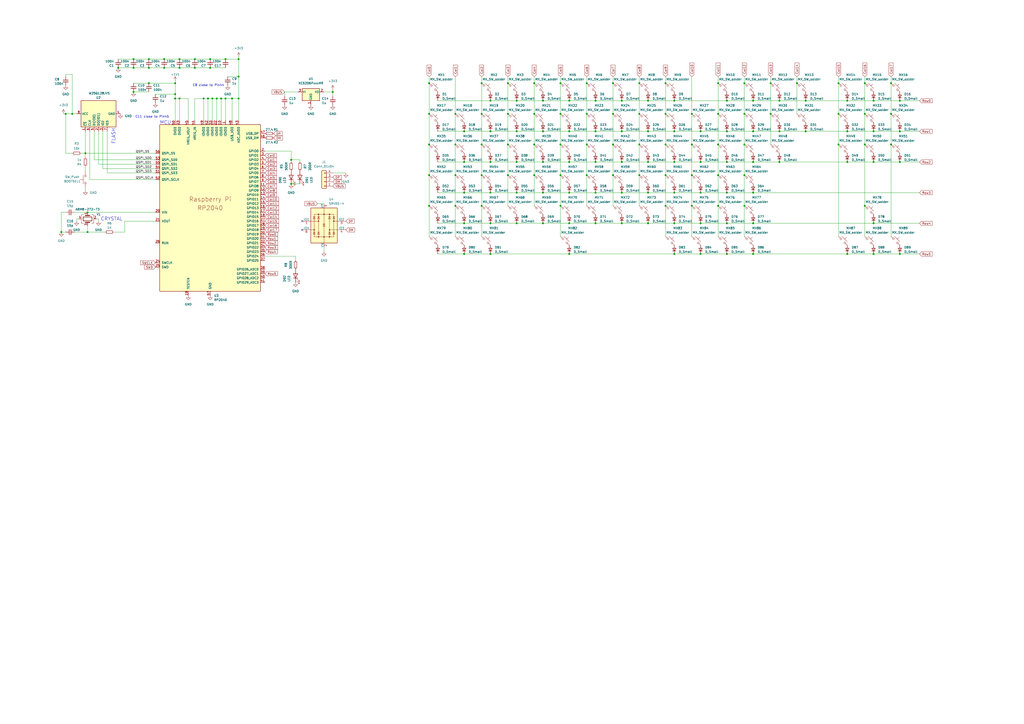
<source format=kicad_sch>
(kicad_sch (version 20231120) (generator "eeschema") (generator_version "8.0")
  (paper "A2")
  (junction (at 118.11 57.15))
  (junction (at 299.72 58.42))
  (junction (at 77.47 39.37))
  (junction (at 491.49 58.42))
  (junction (at 355.6 66.04))
  (junction (at 386.08 119.38))
  (junction (at 436.88 111.76))
  (junction (at 370.84 101.6))
  (junction (at 309.88 101.6))
  (junction (at 416.56 101.6))
  (junction (at 516.89 83.82))
  (junction (at 248.92 66.04))
  (junction (at 279.4 119.38))
  (junction (at 264.16 83.82))
  (junction (at 416.56 119.38))
  (junction (at 521.97 93.98))
  (junction (at 125.73 57.15))
  (junction (at 501.65 48.26))
  (junction (at 501.65 119.38))
  (junction (at 325.12 48.26))
  (junction (at 421.64 93.98))
  (junction (at 406.4 76.2))
  (junction (at 360.68 58.42))
  (junction (at 421.64 58.42))
  (junction (at 314.96 76.2))
  (junction (at 49.53 88.9))
  (junction (at 421.64 111.76))
  (junction (at 269.24 129.54))
  (junction (at 86.36 34.29))
  (junction (at 284.48 76.2))
  (junction (at 113.03 39.37))
  (junction (at 248.92 101.6))
  (junction (at 375.92 76.2))
  (junction (at 269.24 76.2))
  (junction (at 452.12 58.42))
  (junction (at 330.2 147.32))
  (junction (at 269.24 93.98))
  (junction (at 360.68 111.76))
  (junction (at 401.32 83.82))
  (junction (at 501.65 83.82))
  (junction (at 401.32 101.6))
  (junction (at 123.19 57.15))
  (junction (at 370.84 83.82))
  (junction (at 279.4 83.82))
  (junction (at 41.91 66.04))
  (junction (at 436.88 93.98))
  (junction (at 330.2 111.76))
  (junction (at 452.12 93.98))
  (junction (at 279.4 48.26))
  (junction (at 345.44 93.98))
  (junction (at 501.65 66.04))
  (junction (at 431.8 48.26))
  (junction (at 491.49 76.2))
  (junction (at 50.8 134.62))
  (junction (at 436.88 58.42))
  (junction (at 391.16 76.2))
  (junction (at 506.73 147.32))
  (junction (at 355.6 48.26))
  (junction (at 314.96 111.76))
  (junction (at 345.44 129.54))
  (junction (at 375.92 111.76))
  (junction (at 401.32 119.38))
  (junction (at 391.16 129.54))
  (junction (at 130.81 34.29))
  (junction (at 436.88 129.54))
  (junction (at 521.97 76.2))
  (junction (at 50.8 123.19))
  (junction (at 101.6 57.15))
  (junction (at 386.08 83.82))
  (junction (at 309.88 83.82))
  (junction (at 386.08 66.04))
  (junction (at 401.32 66.04))
  (junction (at 138.43 44.45))
  (junction (at 486.41 83.82))
  (junction (at 294.64 66.04))
  (junction (at 340.36 83.82))
  (junction (at 447.04 48.26))
  (junction (at 86.36 48.26))
  (junction (at 345.44 111.76))
  (junction (at 138.43 57.15))
  (junction (at 375.92 93.98))
  (junction (at 134.62 57.15))
  (junction (at 86.36 39.37))
  (junction (at 104.14 34.29))
  (junction (at 314.96 93.98))
  (junction (at 104.14 39.37))
  (junction (at 248.92 119.38))
  (junction (at 264.16 101.6))
  (junction (at 284.48 111.76))
  (junction (at 516.89 66.04))
  (junction (at 406.4 129.54))
  (junction (at 299.72 93.98))
  (junction (at 264.16 119.38))
  (junction (at 121.92 34.29))
  (junction (at 101.6 48.26))
  (junction (at 248.92 48.26))
  (junction (at 77.47 34.29))
  (junction (at 130.81 57.15))
  (junction (at 370.84 48.26))
  (junction (at 506.73 76.2))
  (junction (at 340.36 66.04))
  (junction (at 467.36 58.42))
  (junction (at 325.12 119.38))
  (junction (at 516.89 48.26))
  (junction (at 138.43 34.29))
  (junction (at 386.08 48.26))
  (junction (at 375.92 129.54))
  (junction (at 314.96 58.42))
  (junction (at 68.58 39.37))
  (junction (at 436.88 76.2))
  (junction (at 299.72 111.76))
  (junction (at 35.56 134.62))
  (junction (at 264.16 66.04))
  (junction (at 294.64 101.6))
  (junction (at 506.73 93.98))
  (junction (at 431.8 101.6))
  (junction (at 120.65 57.15))
  (junction (at 128.27 57.15))
  (junction (at 521.97 147.32))
  (junction (at 486.41 66.04))
  (junction (at 391.16 111.76))
  (junction (at 360.68 129.54))
  (junction (at 101.6 54.61))
  (junction (at 269.24 147.32))
  (junction (at 360.68 93.98))
  (junction (at 391.16 58.42))
  (junction (at 309.88 48.26))
  (junction (at 340.36 101.6))
  (junction (at 330.2 93.98))
  (junction (at 506.73 129.54))
  (junction (at 452.12 76.2))
  (junction (at 325.12 101.6))
  (junction (at 521.97 58.42))
  (junction (at 447.04 66.04))
  (junction (at 355.6 101.6))
  (junction (at 284.48 93.98))
  (junction (at 95.25 39.37))
  (junction (at 330.2 58.42))
  (junction (at 193.04 53.34))
  (junction (at 168.91 92.71))
  (junction (at 248.92 83.82))
  (junction (at 299.72 129.54))
  (junction (at 269.24 111.76))
  (junction (at 279.4 101.6))
  (junction (at 345.44 58.42))
  (junction (at 330.2 76.2))
  (junction (at 370.84 66.04))
  (junction (at 299.72 76.2))
  (junction (at 340.36 48.26))
  (junction (at 314.96 129.54))
  (junction (at 467.36 76.2))
  (junction (at 416.56 66.04))
  (junction (at 279.4 66.04))
  (junction (at 95.25 34.29))
  (junction (at 104.14 57.15))
  (junction (at 168.91 106.68))
  (junction (at 113.03 34.29))
  (junction (at 386.08 101.6))
  (junction (at 431.8 66.04))
  (junction (at 416.56 48.26))
  (junction (at 330.2 129.54))
  (junction (at 406.4 147.32))
  (junction (at 284.48 147.32))
  (junction (at 491.49 147.32))
  (junction (at 436.88 147.32))
  (junction (at 375.92 58.42))
  (junction (at 360.68 76.2))
  (junction (at 284.48 129.54))
  (junction (at 345.44 76.2))
  (junction (at 38.1 66.04))
  (junction (at 325.12 66.04))
  (junction (at 309.88 66.04))
  (junction (at 431.8 119.38))
  (junction (at 121.92 39.37))
  (junction (at 77.47 53.34))
  (junction (at 416.56 83.82))
  (junction (at 284.48 58.42))
  (junction (at 406.4 93.98))
  (junction (at 462.28 48.26))
  (junction (at 325.12 83.82))
  (junction (at 486.41 48.26))
  (junction (at 294.64 83.82))
  (junction (at 355.6 83.82))
  (junction (at 491.49 93.98))
  (junction (at 421.64 129.54))
  (junction (at 431.8 83.82))
  (junction (at 421.64 147.32))
  (junction (at 294.64 48.26))
  (junction (at 391.16 93.98))
  (junction (at 406.4 111.76))
  (junction (at 391.16 147.32))
  (junction (at 421.64 76.2))
  (junction (at 506.73 58.42))
  (no_connect (at 175.26 128.27))
  (no_connect (at 175.26 133.35))
  (wire (pts (xy 294.64 101.6) (xy 294.64 119.38)))
  (wire (pts (xy 355.6 83.82) (xy 355.6 101.6)))
  (wire (pts (xy 165.1 53.34) (xy 172.72 53.34)))
  (wire (pts (xy 50.8 130.81) (xy 50.8 134.62)))
  (wire (pts (xy 340.36 83.82) (xy 340.36 101.6)))
  (wire (pts (xy 355.6 66.04) (xy 355.6 83.82)))
  (wire (pts (xy 168.91 92.71) (xy 173.99 92.71)))
  (wire (pts (xy 248.92 101.6) (xy 248.92 119.38)))
  (wire (pts (xy 125.73 57.15) (xy 125.73 69.85)))
  (wire (pts (xy 118.11 57.15) (xy 118.11 69.85)))
  (wire (pts (xy 330.2 76.2) (xy 345.44 76.2)))
  (wire (pts (xy 44.45 127) (xy 44.45 128.27)))
  (wire (pts (xy 462.28 44.45) (xy 462.28 48.26)))
  (wire (pts (xy 279.4 66.04) (xy 279.4 83.82)))
  (wire (pts (xy 279.4 83.82) (xy 279.4 101.6)))
  (wire (pts (xy 516.89 48.26) (xy 516.89 66.04)))
  (wire (pts (xy 406.4 93.98) (xy 421.64 93.98)))
  (wire (pts (xy 447.04 48.26) (xy 447.04 66.04)))
  (wire (pts (xy 436.88 93.98) (xy 452.12 93.98)))
  (wire (pts (xy 421.64 111.76) (xy 436.88 111.76)))
  (wire (pts (xy 406.4 76.2) (xy 421.64 76.2)))
  (wire (pts (xy 309.88 83.82) (xy 309.88 101.6)))
  (wire (pts (xy 284.48 129.54) (xy 299.72 129.54)))
  (wire (pts (xy 406.4 147.32) (xy 421.64 147.32)))
  (wire (pts (xy 284.48 111.76) (xy 299.72 111.76)))
  (wire (pts (xy 101.6 54.61) (xy 90.17 54.61)))
  (wire (pts (xy 360.68 76.2) (xy 375.92 76.2)))
  (wire (pts (xy 486.41 66.04) (xy 486.41 83.82)))
  (wire (pts (xy 314.96 76.2) (xy 330.2 76.2)))
  (wire (pts (xy 436.88 147.32) (xy 491.49 147.32)))
  (wire (pts (xy 269.24 147.32) (xy 284.48 147.32)))
  (wire (pts (xy 50.8 123.19) (xy 90.17 123.19)))
  (wire (pts (xy 269.24 129.54) (xy 284.48 129.54)))
  (wire (pts (xy 401.32 101.6) (xy 401.32 119.38)))
  (wire (pts (xy 391.16 93.98) (xy 406.4 93.98)))
  (wire (pts (xy 168.91 92.71) (xy 168.91 93.98)))
  (wire (pts (xy 171.45 148.59) (xy 171.45 151.13)))
  (wire (pts (xy 421.64 76.2) (xy 436.88 76.2)))
  (wire (pts (xy 516.89 66.04) (xy 516.89 83.82)))
  (wire (pts (xy 436.88 58.42) (xy 452.12 58.42)))
  (wire (pts (xy 421.64 129.54) (xy 436.88 129.54)))
  (wire (pts (xy 309.88 101.6) (xy 309.88 119.38)))
  (wire (pts (xy 401.32 44.45) (xy 401.32 66.04)))
  (wire (pts (xy 52.07 104.14) (xy 90.17 104.14)))
  (wire (pts (xy 401.32 119.38) (xy 401.32 137.16)))
  (wire (pts (xy 421.64 58.42) (xy 436.88 58.42)))
  (wire (pts (xy 101.6 57.15) (xy 101.6 69.85)))
  (wire (pts (xy 299.72 58.42) (xy 314.96 58.42)))
  (wire (pts (xy 77.47 34.29) (xy 68.58 34.29)))
  (wire (pts (xy 467.36 76.2) (xy 491.49 76.2)))
  (wire (pts (xy 431.8 101.6) (xy 431.8 119.38)))
  (wire (pts (xy 138.43 44.45) (xy 132.08 44.45)))
  (wire (pts (xy 501.65 44.45) (xy 501.65 48.26)))
  (wire (pts (xy 284.48 93.98) (xy 299.72 93.98)))
  (wire (pts (xy 391.16 129.54) (xy 406.4 129.54)))
  (wire (pts (xy 86.36 34.29) (xy 77.47 34.29)))
  (wire (pts (xy 104.14 57.15) (xy 101.6 57.15)))
  (wire (pts (xy 138.43 57.15) (xy 138.43 69.85)))
  (wire (pts (xy 248.92 66.04) (xy 248.92 83.82)))
  (wire (pts (xy 501.65 83.82) (xy 501.65 119.38)))
  (wire (pts (xy 138.43 34.29) (xy 138.43 44.45)))
  (wire (pts (xy 77.47 53.34) (xy 86.36 53.34)))
  (wire (pts (xy 66.04 134.62) (xy 72.39 134.62)))
  (wire (pts (xy 431.8 83.82) (xy 431.8 101.6)))
  (wire (pts (xy 360.68 58.42) (xy 375.92 58.42)))
  (wire (pts (xy 279.4 44.45) (xy 279.4 48.26)))
  (wire (pts (xy 123.19 57.15) (xy 125.73 57.15)))
  (wire (pts (xy 314.96 58.42) (xy 330.2 58.42)))
  (wire (pts (xy 248.92 119.38) (xy 248.92 137.16)))
  (wire (pts (xy 506.73 58.42) (xy 521.97 58.42)))
  (wire (pts (xy 401.32 83.82) (xy 401.32 101.6)))
  (wire (pts (xy 86.36 48.26) (xy 101.6 48.26)))
  (wire (pts (xy 314.96 129.54) (xy 330.2 129.54)))
  (wire (pts (xy 284.48 76.2) (xy 299.72 76.2)))
  (wire (pts (xy 45.72 127) (xy 44.45 127)))
  (wire (pts (xy 370.84 48.26) (xy 370.84 66.04)))
  (wire (pts (xy 375.92 111.76) (xy 391.16 111.76)))
  (wire (pts (xy 533.4 76.2) (xy 521.97 76.2)))
  (wire (pts (xy 125.73 57.15) (xy 128.27 57.15)))
  (wire (pts (xy 325.12 101.6) (xy 325.12 119.38)))
  (wire (pts (xy 95.25 34.29) (xy 86.36 34.29)))
  (wire (pts (xy 370.84 83.82) (xy 370.84 101.6)))
  (wire (pts (xy 62.23 76.2) (xy 62.23 100.33)))
  (wire (pts (xy 187.96 53.34) (xy 193.04 53.34)))
  (wire (pts (xy 38.1 88.9) (xy 38.1 66.04)))
  (wire (pts (xy 193.04 53.34) (xy 193.04 55.88)))
  (wire (pts (xy 416.56 66.04) (xy 416.56 83.82)))
  (wire (pts (xy 360.68 93.98) (xy 375.92 93.98)))
  (wire (pts (xy 49.53 91.44) (xy 49.53 88.9)))
  (wire (pts (xy 330.2 58.42) (xy 345.44 58.42)))
  (wire (pts (xy 330.2 93.98) (xy 345.44 93.98)))
  (wire (pts (xy 340.36 66.04) (xy 340.36 83.82)))
  (wire (pts (xy 121.92 34.29) (xy 113.03 34.29)))
  (wire (pts (xy 345.44 129.54) (xy 360.68 129.54)))
  (wire (pts (xy 86.36 48.26) (xy 77.47 48.26)))
  (wire (pts (xy 138.43 44.45) (xy 138.43 57.15)))
  (wire (pts (xy 325.12 66.04) (xy 325.12 83.82)))
  (wire (pts (xy 128.27 57.15) (xy 128.27 69.85)))
  (wire (pts (xy 269.24 76.2) (xy 284.48 76.2)))
  (wire (pts (xy 294.64 48.26) (xy 294.64 66.04)))
  (wire (pts (xy 370.84 101.6) (xy 370.84 119.38)))
  (wire (pts (xy 299.72 93.98) (xy 314.96 93.98)))
  (wire (pts (xy 109.22 57.15) (xy 104.14 57.15)))
  (wire (pts (xy 193.04 100.33) (xy 200.66 100.33)))
  (wire (pts (xy 360.68 111.76) (xy 375.92 111.76)))
  (wire (pts (xy 375.92 76.2) (xy 391.16 76.2)))
  (wire (pts (xy 38.1 123.19) (xy 35.56 123.19)))
  (wire (pts (xy 279.4 119.38) (xy 279.4 137.16)))
  (wire (pts (xy 254 147.32) (xy 269.24 147.32)))
  (wire (pts (xy 59.69 97.79) (xy 90.17 97.79)))
  (wire (pts (xy 72.39 128.27) (xy 90.17 128.27)))
  (wire (pts (xy 101.6 48.26) (xy 101.6 54.61)))
  (wire (pts (xy 486.41 83.82) (xy 486.41 137.16)))
  (wire (pts (xy 104.14 39.37) (xy 113.03 39.37)))
  (wire (pts (xy 447.04 44.45) (xy 447.04 48.26)))
  (wire (pts (xy 264.16 101.6) (xy 264.16 119.38)))
  (wire (pts (xy 325.12 119.38) (xy 325.12 137.16)))
  (wire (pts (xy 375.92 93.98) (xy 391.16 93.98)))
  (wire (pts (xy 109.22 69.85) (xy 109.22 57.15)))
  (wire (pts (xy 49.53 88.9) (xy 49.53 76.2)))
  (wire (pts (xy 486.41 44.45) (xy 486.41 48.26)))
  (wire (pts (xy 284.48 147.32) (xy 330.2 147.32)))
  (wire (pts (xy 294.64 44.45) (xy 294.64 48.26)))
  (wire (pts (xy 120.65 57.15) (xy 120.65 69.85)))
  (wire (pts (xy 421.64 93.98) (xy 436.88 93.98)))
  (wire (pts (xy 462.28 48.26) (xy 462.28 66.04)))
  (wire (pts (xy 128.27 57.15) (xy 130.81 57.15)))
  (wire (pts (xy 345.44 58.42) (xy 360.68 58.42)))
  (wire (pts (xy 436.88 76.2) (xy 452.12 76.2)))
  (wire (pts (xy 330.2 129.54) (xy 345.44 129.54)))
  (wire (pts (xy 345.44 93.98) (xy 360.68 93.98)))
  (wire (pts (xy 294.64 66.04) (xy 294.64 83.82)))
  (wire (pts (xy 370.84 44.45) (xy 370.84 48.26)))
  (wire (pts (xy 436.88 129.54) (xy 506.73 129.54)))
  (wire (pts (xy 375.92 58.42) (xy 391.16 58.42)))
  (wire (pts (xy 77.47 39.37) (xy 86.36 39.37)))
  (wire (pts (xy 46.99 88.9) (xy 49.53 88.9)))
  (wire (pts (xy 299.72 111.76) (xy 314.96 111.76)))
  (wire (pts (xy 49.53 88.9) (xy 90.17 88.9)))
  (wire (pts (xy 506.73 147.32) (xy 521.97 147.32)))
  (wire (pts (xy 138.43 33.02) (xy 138.43 34.29)))
  (wire (pts (xy 294.64 83.82) (xy 294.64 101.6)))
  (wire (pts (xy 187.96 143.51) (xy 187.96 146.05)))
  (wire (pts (xy 486.41 48.26) (xy 486.41 66.04)))
  (wire (pts (xy 406.4 111.76) (xy 421.64 111.76)))
  (wire (pts (xy 431.8 119.38) (xy 431.8 137.16)))
  (wire (pts (xy 279.4 48.26) (xy 279.4 66.04)))
  (wire (pts (xy 57.15 76.2) (xy 57.15 95.25)))
  (wire (pts (xy 68.58 39.37) (xy 77.47 39.37)))
  (wire (pts (xy 36.83 66.04) (xy 38.1 66.04)))
  (wire (pts (xy 491.49 147.32) (xy 506.73 147.32)))
  (wire (pts (xy 248.92 83.82) (xy 248.92 101.6)))
  (wire (pts (xy 121.92 39.37) (xy 130.81 39.37)))
  (wire (pts (xy 360.68 129.54) (xy 375.92 129.54)))
  (wire (pts (xy 431.8 44.45) (xy 431.8 48.26)))
  (wire (pts (xy 345.44 76.2) (xy 360.68 76.2)))
  (wire (pts (xy 118.11 57.15) (xy 120.65 57.15)))
  (wire (pts (xy 264.16 119.38) (xy 264.16 137.16)))
  (wire (pts (xy 49.53 96.52) (xy 49.53 99.06)))
  (wire (pts (xy 386.08 119.38) (xy 386.08 137.16)))
  (wire (pts (xy 330.2 111.76) (xy 345.44 111.76)))
  (wire (pts (xy 38.1 88.9) (xy 41.91 88.9)))
  (wire (pts (xy 57.15 95.25) (xy 90.17 95.25)))
  (wire (pts (xy 173.99 92.71) (xy 173.99 93.98)))
  (wire (pts (xy 533.4 58.42) (xy 521.97 58.42)))
  (wire (pts (xy 501.65 48.26) (xy 501.65 66.04)))
  (wire (pts (xy 309.88 48.26) (xy 309.88 66.04)))
  (wire (pts (xy 41.91 66.04) (xy 44.45 66.04)))
  (wire (pts (xy 113.03 57.15) (xy 118.11 57.15)))
  (wire (pts (xy 431.8 66.04) (xy 431.8 83.82)))
  (wire (pts (xy 153.67 87.63) (xy 168.91 87.63)))
  (wire (pts (xy 254 129.54) (xy 269.24 129.54)))
  (wire (pts (xy 54.61 92.71) (xy 90.17 92.71)))
  (wire (pts (xy 168.91 106.68) (xy 173.99 106.68)))
  (wire (pts (xy 416.56 44.45) (xy 416.56 48.26)))
  (wire (pts (xy 325.12 44.45) (xy 325.12 48.26)))
  (wire (pts (xy 370.84 66.04) (xy 370.84 83.82)))
  (wire (pts (xy 416.56 48.26) (xy 416.56 66.04)))
  (wire (pts (xy 447.04 66.04) (xy 447.04 83.82)))
  (wire (pts (xy 506.73 76.2) (xy 521.97 76.2)))
  (wire (pts (xy 340.36 44.45) (xy 340.36 48.26)))
  (wire (pts (xy 386.08 48.26) (xy 386.08 66.04)))
  (wire (pts (xy 130.81 57.15) (xy 130.81 69.85)))
  (wire (pts (xy 104.14 34.29) (xy 95.25 34.29)))
  (wire (pts (xy 391.16 111.76) (xy 406.4 111.76)))
  (wire (pts (xy 491.49 93.98) (xy 506.73 93.98)))
  (wire (pts (xy 49.53 110.49) (xy 49.53 109.22)))
  (wire (pts (xy 501.65 66.04) (xy 501.65 83.82)))
  (wire (pts (xy 248.92 44.45) (xy 248.92 48.26)))
  (wire (pts (xy 113.03 34.29) (xy 104.14 34.29)))
  (wire (pts (xy 533.4 129.54) (xy 506.73 129.54)))
  (wire (pts (xy 340.36 101.6) (xy 340.36 119.38)))
  (wire (pts (xy 314.96 111.76) (xy 330.2 111.76)))
  (wire (pts (xy 309.88 66.04) (xy 309.88 83.82)))
  (wire (pts (xy 41.91 66.04) (xy 41.91 43.18)))
  (wire (pts (xy 325.12 48.26) (xy 325.12 66.04)))
  (wire (pts (xy 391.16 147.32) (xy 406.4 147.32)))
  (wire (pts (xy 193.04 52.07) (xy 193.04 53.34)))
  (wire (pts (xy 391.16 58.42) (xy 421.64 58.42)))
  (wire (pts (xy 165.1 53.34) (xy 165.1 55.88)))
  (wire (pts (xy 501.65 119.38) (xy 501.65 137.16)))
  (wire (pts (xy 314.96 93.98) (xy 330.2 93.98)))
  (wire (pts (xy 113.03 39.37) (xy 121.92 39.37)))
  (wire (pts (xy 391.16 76.2) (xy 406.4 76.2)))
  (wire (pts (xy 325.12 83.82) (xy 325.12 101.6)))
  (wire (pts (xy 355.6 44.45) (xy 355.6 48.26)))
  (wire (pts (xy 279.4 101.6) (xy 279.4 119.38)))
  (wire (pts (xy 421.64 147.32) (xy 436.88 147.32)))
  (wire (pts (xy 516.89 83.82) (xy 516.89 137.16)))
  (wire (pts (xy 345.44 111.76) (xy 360.68 111.76)))
  (wire (pts (xy 120.65 57.15) (xy 123.19 57.15)))
  (wire (pts (xy 355.6 101.6) (xy 355.6 119.38)))
  (wire (pts (xy 134.62 57.15) (xy 138.43 57.15)))
  (wire (pts (xy 406.4 129.54) (xy 421.64 129.54)))
  (wire (pts (xy 436.88 111.76) (xy 533.4 111.76)))
  (wire (pts (xy 340.36 48.26) (xy 340.36 66.04)))
  (wire (pts (xy 254 93.98) (xy 269.24 93.98)))
  (wire (pts (xy 386.08 44.45) (xy 386.08 48.26)))
  (wire (pts (xy 521.97 147.32) (xy 533.4 147.32)))
  (wire (pts (xy 467.36 58.42) (xy 491.49 58.42)))
  (wire (pts (xy 254 58.42) (xy 284.48 58.42)))
  (wire (pts (xy 452.12 76.2) (xy 467.36 76.2)))
  (wire (pts (xy 43.18 123.19) (xy 50.8 123.19)))
  (wire (pts (xy 35.56 123.19) (xy 35.56 134.62)))
  (wire (pts (xy 86.36 39.37) (xy 95.25 39.37)))
  (wire (pts (xy 38.1 43.18) (xy 38.1 44.45)))
  (wire (pts (xy 121.92 34.29) (xy 130.81 34.29)))
  (wire (pts (xy 72.39 134.62) (xy 72.39 128.27)))
  (wire (pts (xy 284.48 58.42) (xy 299.72 58.42)))
  (wire (pts (xy 153.67 148.59) (xy 171.45 148.59)))
  (wire (pts (xy 386.08 83.82) (xy 386.08 101.6)))
  (wire (pts (xy 521.97 93.98) (xy 533.4 93.98)))
  (wire (pts (xy 54.61 76.2) (xy 54.61 92.71)))
  (wire (pts (xy 269.24 93.98) (xy 284.48 93.98)))
  (wire (pts (xy 264.16 44.45) (xy 264.16 66.04)))
  (wire (pts (xy 113.03 69.85) (xy 113.03 57.15)))
  (wire (pts (xy 38.1 66.04) (xy 41.91 66.04)))
  (wire (pts (xy 50.8 134.62) (xy 60.96 134.62)))
  (wire (pts (xy 416.56 101.6) (xy 416.56 119.38)))
  (wire (pts (xy 452.12 93.98) (xy 491.49 93.98)))
  (wire (pts (xy 355.6 48.26) (xy 355.6 66.04)))
  (wire (pts (xy 52.07 76.2) (xy 52.07 104.14)))
  (wire (pts (xy 416.56 119.38) (xy 416.56 137.16)))
  (wire (pts (xy 491.49 76.2) (xy 506.73 76.2)))
  (wire (pts (xy 516.89 44.45) (xy 516.89 48.26)))
  (wire (pts (xy 62.23 100.33) (xy 90.17 100.33)))
  (wire (pts (xy 254 76.2) (xy 269.24 76.2)))
  (wire (pts (xy 416.56 83.82) (xy 416.56 101.6)))
  (wire (pts (xy 386.08 101.6) (xy 386.08 119.38)))
  (wire (pts (xy 269.24 111.76) (xy 284.48 111.76)))
  (wire (pts (xy 104.14 57.15) (xy 104.14 69.85)))
  (wire (pts (xy 184.15 118.11) (xy 187.96 118.11)))
  (wire (pts (xy 35.56 134.62) (xy 38.1 134.62)))
  (wire (pts (xy 299.72 129.54) (xy 314.96 129.54)))
  (wire (pts (xy 452.12 58.42) (xy 467.36 58.42)))
  (wire (pts (xy 134.62 57.15) (xy 134.62 69.85)))
  (wire (pts (xy 59.69 76.2) (xy 59.69 97.79)))
  (wire (pts (xy 50.8 134.62) (xy 43.18 134.62)))
  (wire (pts (xy 95.25 39.37) (xy 104.14 39.37)))
  (wire (pts (xy 254 111.76) (xy 269.24 111.76)))
  (wire (pts (xy 491.49 58.42) (xy 506.73 58.42)))
  (wire (pts (xy 130.81 34.29) (xy 138.43 34.29)))
  (wire (pts (xy 123.19 57.15) (xy 123.19 69.85)))
  (wire (pts (xy 101.6 46.99) (xy 101.6 48.26)))
  (wire (pts (xy 506.73 93.98) (xy 521.97 93.98)))
  (wire (pts (xy 264.16 83.82) (xy 264.16 101.6)))
  (wire (pts (xy 38.1 43.18) (xy 41.91 43.18)))
  (wire (pts (xy 55.88 127) (xy 57.15 127)))
  (wire (pts (xy 401.32 66.04) (xy 401.32 83.82)))
  (wire (pts (xy 248.92 48.26) (xy 248.92 66.04)))
  (wire (pts (xy 168.91 87.63) (xy 168.91 92.71)))
  (wire (pts (xy 309.88 44.45) (xy 309.88 48.26)))
  (wire (pts (xy 299.72 76.2) (xy 314.96 76.2)))
  (wire (pts (xy 431.8 48.26) (xy 431.8 66.04)))
  (wire (pts (xy 375.92 129.54) (xy 391.16 129.54)))
  (wire (pts (xy 330.2 147.32) (xy 391.16 147.32)))
  (wire (pts (xy 130.81 57.15) (xy 134.62 57.15)))
  (wire (pts (xy 57.15 127) (xy 57.15 128.27)))
  (wire (pts (xy 264.16 66.04) (xy 264.16 83.82)))
  (wire (pts (xy 101.6 54.61) (xy 101.6 57.15)))
  (wire (pts (xy 386.08 66.04) (xy 386.08 83.82)))
  (text "MCU" (at 92.71 72.39 0) (effects (font (size 2 2)) (justify left bottom)))
  (text "FLASH" (at 67.056 83.566 90) (effects (font (size 2 2)) (justify left bottom)))
  (text "C8 close to Pin44\n" (at 111.76 50.292 0) (effects (font (size 1.3 1.3)) (justify left bottom)))
  (text "CRYSTAL\n" (at 58.42 128.27 0) (effects (font (size 2 2)) (justify left bottom)))
  (text "C11 close to Pin45\n" (at 78.486 68.58 0) (effects (font (size 1.3 1.3)) (justify left bottom)))
  (label "QSPI_SS" (at 78.74 88.9 0))
  (label "QSPI_SCLK" (at 78.74 104.14 0))
  (label "QSPI_SD0" (at 78.74 92.71 0))
  (label "QSPI_SD1" (at 78.74 95.25 0))
  (label "QSPI_SD2" (at 78.74 97.79 0))
  (label "QSPI_SD3" (at 78.74 100.33 0))
  (global_label "Col12" (shape input) (at 153.67 120.65 0) (property "Intersheetrefs" "${INTERSHEET_REFS}" (effects (hide yes))))
  (global_label "Col6" (shape input) (at 153.67 105.41 0) (property "Intersheetrefs" "${INTERSHEET_REFS}" (effects (hide yes))))
  (global_label "Row5" (shape input) (at 533.4 147.32 0) (property "Intersheetrefs" "${INTERSHEET_REFS}" (effects (hide yes))))
  (global_label "Col1" (shape input) (at 153.67 92.71 0) (property "Intersheetrefs" "${INTERSHEET_REFS}" (effects (hide yes))))
  (global_label "Col10" (shape input) (at 401.32 44.45 90) (property "Intersheetrefs" "${INTERSHEET_REFS}" (effects (hide yes))))
  (global_label "Col9" (shape input) (at 153.67 113.03 0) (property "Intersheetrefs" "${INTERSHEET_REFS}" (effects (hide yes))))
  (global_label "DM" (shape input) (at 200.66 133.35 0) (property "Intersheetrefs" "${INTERSHEET_REFS}" (effects (hide yes))))
  (global_label "Col15" (shape input) (at 486.41 44.45 90) (property "Intersheetrefs" "${INTERSHEET_REFS}" (effects (hide yes))))
  (global_label "Col4" (shape input) (at 153.67 100.33 0) (property "Intersheetrefs" "${INTERSHEET_REFS}" (effects (hide yes))))
  (global_label "SWD" (shape input) (at 90.17 154.94 180) (property "Intersheetrefs" "${INTERSHEET_REFS}" (effects (hide yes))))
  (global_label "Col11" (shape input) (at 416.56 44.45 90) (property "Intersheetrefs" "${INTERSHEET_REFS}" (effects (hide yes))))
  (global_label "VBUS" (shape input) (at 193.04 107.95 0) (property "Intersheetrefs" "${INTERSHEET_REFS}" (effects (hide yes))))
  (global_label "Col3" (shape input) (at 294.64 44.45 90) (property "Intersheetrefs" "${INTERSHEET_REFS}" (effects (hide yes))))
  (global_label "Row4" (shape input) (at 533.4 129.54 0) (property "Intersheetrefs" "${INTERSHEET_REFS}" (effects (hide yes))))
  (global_label "DP" (shape input) (at 158.75 77.47 0) (property "Intersheetrefs" "${INTERSHEET_REFS}" (effects (hide yes))))
  (global_label "Col9" (shape input) (at 386.08 44.45 90) (property "Intersheetrefs" "${INTERSHEET_REFS}" (effects (hide yes))))
  (global_label "Col8" (shape input) (at 153.67 110.49 0) (property "Intersheetrefs" "${INTERSHEET_REFS}" (effects (hide yes))))
  (global_label "DP" (shape input) (at 193.04 102.87 0) (property "Intersheetrefs" "${INTERSHEET_REFS}" (effects (hide yes))))
  (global_label "Col12" (shape input) (at 431.8 44.45 90) (property "Intersheetrefs" "${INTERSHEET_REFS}" (effects (hide yes))))
  (global_label "Col14" (shape input) (at 462.28 44.45 90) (property "Intersheetrefs" "${INTERSHEET_REFS}" (effects (hide yes))))
  (global_label "Row1" (shape input) (at 533.4 76.2 0) (property "Intersheetrefs" "${INTERSHEET_REFS}" (effects (hide yes))))
  (global_label "DM" (shape input) (at 158.75 80.01 0) (property "Intersheetrefs" "${INTERSHEET_REFS}" (effects (hide yes))))
  (global_label "Col5" (shape input) (at 153.67 102.87 0) (property "Intersheetrefs" "${INTERSHEET_REFS}" (effects (hide yes))))
  (global_label "Col3" (shape input) (at 153.67 97.79 0) (property "Intersheetrefs" "${INTERSHEET_REFS}" (effects (hide yes))))
  (global_label "Col17" (shape input) (at 153.67 133.35 0) (property "Intersheetrefs" "${INTERSHEET_REFS}" (effects (hide yes))))
  (global_label "SWCLK" (shape input) (at 90.17 152.4 180) (property "Intersheetrefs" "${INTERSHEET_REFS}" (effects (hide yes))))
  (global_label "Row2" (shape input) (at 153.67 140.97 0) (property "Intersheetrefs" "${INTERSHEET_REFS}" (effects (hide yes))))
  (global_label "Col5" (shape input) (at 325.12 44.45 90) (property "Intersheetrefs" "${INTERSHEET_REFS}" (effects (hide yes))))
  (global_label "Col10" (shape input) (at 153.67 115.57 0) (property "Intersheetrefs" "${INTERSHEET_REFS}" (effects (hide yes))))
  (global_label "Col4" (shape input) (at 309.88 44.45 90) (property "Intersheetrefs" "${INTERSHEET_REFS}" (effects (hide yes))))
  (global_label "Col13" (shape input) (at 447.04 44.45 90) (property "Intersheetrefs" "${INTERSHEET_REFS}" (effects (hide yes))))
  (global_label "Col7" (shape input) (at 355.6 44.45 90) (property "Intersheetrefs" "${INTERSHEET_REFS}" (effects (hide yes))))
  (global_label "Col1" (shape input) (at 264.16 44.45 90) (property "Intersheetrefs" "${INTERSHEET_REFS}" (effects (hide yes))))
  (global_label "DP" (shape input) (at 200.66 128.27 0) (property "Intersheetrefs" "${INTERSHEET_REFS}" (effects (hide yes))))
  (global_label "Row0" (shape input) (at 533.4 58.42 0) (property "Intersheetrefs" "${INTERSHEET_REFS}" (effects (hide yes))))
  (global_label "Col14" (shape input) (at 153.67 125.73 0) (property "Intersheetrefs" "${INTERSHEET_REFS}" (effects (hide yes))))
  (global_label "Col0" (shape input) (at 153.67 90.17 0) (property "Intersheetrefs" "${INTERSHEET_REFS}" (effects (hide yes))))
  (global_label "Col13" (shape input) (at 153.67 123.19 0) (property "Intersheetrefs" "${INTERSHEET_REFS}" (effects (hide yes))))
  (global_label "Col0" (shape input) (at 248.92 44.45 90) (property "Intersheetrefs" "${INTERSHEET_REFS}" (effects (hide yes))))
  (global_label "Col16" (shape input) (at 501.65 44.45 90) (property "Intersheetrefs" "${INTERSHEET_REFS}" (effects (hide yes))))
  (global_label "Col6" (shape input) (at 340.36 44.45 90) (property "Intersheetrefs" "${INTERSHEET_REFS}" (effects (hide yes))))
  (global_label "Col8" (shape input) (at 370.84 44.45 90) (property "Intersheetrefs" "${INTERSHEET_REFS}" (effects (hide yes))))
  (global_label "Col11" (shape input) (at 153.67 118.11 0) (property "Intersheetrefs" "${INTERSHEET_REFS}" (effects (hide yes))))
  (global_label "Row2" (shape input) (at 533.4 93.98 0) (property "Intersheetrefs" "${INTERSHEET_REFS}" (effects (hide yes))))
  (global_label "Row5" (shape input) (at 153.67 158.75 0) (property "Intersheetrefs" "${INTERSHEET_REFS}" (effects (hide yes))))
  (global_label "Row1" (shape input) (at 153.67 138.43 0) (property "Intersheetrefs" "${INTERSHEET_REFS}" (effects (hide yes))))
  (global_label "VBUS" (shape input) (at 165.1 53.34 180) (property "Intersheetrefs" "${INTERSHEET_REFS}" (effects (hide yes))))
  (global_label "Col2" (shape input) (at 153.67 95.25 0) (property "Intersheetrefs" "${INTERSHEET_REFS}" (effects (hide yes))))
  (global_label "VBUS" (shape input) (at 184.15 118.11 180) (property "Intersheetrefs" "${INTERSHEET_REFS}" (effects (hide yes))))
  (global_label "Col15" (shape input) (at 153.67 128.27 0) (property "Intersheetrefs" "${INTERSHEET_REFS}" (effects (hide yes))))
  (global_label "Row3" (shape input) (at 533.4 111.76 0) (property "Intersheetrefs" "${INTERSHEET_REFS}" (effects (hide yes))))
  (global_label "Row4" (shape input) (at 153.67 146.05 0) (property "Intersheetrefs" "${INTERSHEET_REFS}" (effects (hide yes))))
  (global_label "Col7" (shape input) (at 153.67 107.95 0) (property "Intersheetrefs" "${INTERSHEET_REFS}" (effects (hide yes))))
  (global_label "Col17" (shape input) (at 516.89 44.45 90) (property "Intersheetrefs" "${INTERSHEET_REFS}" (effects (hide yes))))
  (global_label "Col2" (shape input) (at 279.4 44.45 90) (property "Intersheetrefs" "${INTERSHEET_REFS}" (effects (hide yes))))
  (global_label "Col16" (shape input) (at 153.67 130.81 0) (property "Intersheetrefs" "${INTERSHEET_REFS}" (effects (hide yes))))
  (global_label "Row0" (shape input) (at 153.67 135.89 0) (property "Intersheetrefs" "${INTERSHEET_REFS}" (effects (hide yes))))
  (global_label "DM" (shape input) (at 193.04 105.41 0) (property "Intersheetrefs" "${INTERSHEET_REFS}" (effects (hide yes))))
  (global_label "Row3" (shape input) (at 153.67 143.51 0) (property "Intersheetrefs" "${INTERSHEET_REFS}" (effects (hide yes))))
  (symbol (lib_id "Device:D_Small") (at 491.49 91.44 90) (unit 1)
    (property "Reference" "D49" (at 494.03 90.1699 90) (effects (justify right)))
    (property "Value" "D_Small" (at 494.03 92.7099 90) (effects (justify right)))
    (property "Footprint" "ScottoKeebs_Components:Diode_SOD-123_noref" (effects (hide yes)))
    (property "Description" "Diode, small symbol" (effects (hide yes)))
    (property "Sim.Device" "D" (effects (hide yes)))
    (property "Sim.Pins" "1=K 2=A" (effects (hide yes)))
  )
  (symbol (lib_id "Device:D_Small") (at 314.96 109.22 90) (unit 1)
    (property "Reference" "D56" (at 317.5 107.9499 90) (effects (justify right)))
    (property "Value" "D_Small" (at 317.5 110.4899 90) (effects (justify right)))
    (property "Footprint" "ScottoKeebs_Components:Diode_SOD-123_noref" (effects (hide yes)))
    (property "Description" "Diode, small symbol" (effects (hide yes)))
    (property "Sim.Device" "D" (effects (hide yes)))
    (property "Sim.Pins" "1=K 2=A" (effects (hide yes)))
  )
  (symbol (lib_id "Device:D_Small") (at 436.88 55.88 90) (unit 1)
    (property "Reference" "D11" (at 439.42 54.6099 90) (effects (justify right)))
    (property "Value" "D_Small" (at 439.42 57.1499 90) (effects (justify right)))
    (property "Footprint" "ScottoKeebs_Components:Diode_SOD-123_noref" (effects (hide yes)))
    (property "Description" "Diode, small symbol" (effects (hide yes)))
    (property "Sim.Device" "D" (effects (hide yes)))
    (property "Sim.Pins" "1=K 2=A" (effects (hide yes)))
  )
  (symbol (lib_id "marbastlib-mx:MX_SW_solder") (at 266.7 121.92 0) (unit 1)
    (property "Reference" "MX66" (at 271.272 114.554 0))
    (property "Value" "MX_SW_solder" (at 271.272 117.094 0))
    (property "Footprint" "ScottoKeebs_MX:MX_PCB_1.00u_NoSilkscreen3" (effects (hide yes)))
    (property "Description" "Push button switch, normally open, two pins, 45° tilted" (effects (hide yes)))
  )
  (symbol (lib_id "marbastlib-mx:MX_SW_solder") (at 327.66 86.36 0) (unit 1)
    (property "Reference" "MX40" (at 332.232 78.994 0))
    (property "Value" "MX_SW_solder" (at 332.232 81.534 0))
    (property "Footprint" "ScottoKeebs_MX:MX_PCB_1.00u_NoSilkscreen3" (effects (hide yes)))
    (property "Description" "Push button switch, normally open, two pins, 45° tilted" (effects (hide yes)))
  )
  (symbol (lib_id "marbastlib-mx:MX_SW_solder") (at 373.38 68.58 0) (unit 1)
    (property "Reference" "MX25" (at 377.952 61.214 0))
    (property "Value" "MX_SW_solder" (at 377.952 63.754 0))
    (property "Footprint" "ScottoKeebs_MX:MX_PCB_1.00u_NoSilkscreen3" (effects (hide yes)))
    (property "Description" "Push button switch, normally open, two pins, 45° tilted" (effects (hide yes)))
  )
  (symbol (lib_id "marbastlib-mx:MX_SW_solder") (at 519.43 68.58 0) (unit 1)
    (property "Reference" "MX34" (at 524.002 61.214 0))
    (property "Value" "MX_SW_solder" (at 524.002 63.754 0))
    (property "Footprint" "ScottoKeebs_MX:MX_PCB_1.00u_NoSilkscreen3" (effects (hide yes)))
    (property "Description" "Push button switch, normally open, two pins, 45° tilted" (effects (hide yes)))
  )
  (symbol (lib_id "Device:D_Small") (at 436.88 109.22 90) (unit 1)
    (property "Reference" "D64" (at 439.42 107.9499 90) (effects (justify right)))
    (property "Value" "D_Small" (at 439.42 110.4899 90) (effects (justify right)))
    (property "Footprint" "ScottoKeebs_Components:Diode_SOD-123_noref" (effects (hide yes)))
    (property "Description" "Diode, small symbol" (effects (hide yes)))
    (property "Sim.Device" "D" (effects (hide yes)))
    (property "Sim.Pins" "1=K 2=A" (effects (hide yes)))
  )
  (symbol (lib_id "Device:D_Small") (at 375.92 55.88 90) (unit 1)
    (property "Reference" "D8" (at 378.46 54.6099 90) (effects (justify right)))
    (property "Value" "D_Small" (at 378.46 57.1499 90) (effects (justify right)))
    (property "Footprint" "ScottoKeebs_Components:Diode_SOD-123_noref" (effects (hide yes)))
    (property "Description" "Diode, small symbol" (effects (hide yes)))
    (property "Sim.Device" "D" (effects (hide yes)))
    (property "Sim.Pins" "1=K 2=A" (effects (hide yes)))
  )
  (symbol (lib_id "Device:D_Small") (at 345.44 127 90) (unit 1)
    (property "Reference" "D71" (at 347.98 125.7299 90) (effects (justify right)))
    (property "Value" "D_Small" (at 347.98 128.2699 90) (effects (justify right)))
    (property "Footprint" "ScottoKeebs_Components:Diode_SOD-123_noref" (effects (hide yes)))
    (property "Description" "Diode, small symbol" (effects (hide yes)))
    (property "Sim.Device" "D" (effects (hide yes)))
    (property "Sim.Pins" "1=K 2=A" (effects (hide yes)))
  )
  (symbol (lib_id "Device:D_Small") (at 406.4 127 90) (unit 1)
    (property "Reference" "D75" (at 408.94 125.7299 90) (effects (justify right)))
    (property "Value" "D_Small" (at 408.94 128.2699 90) (effects (justify right)))
    (property "Footprint" "ScottoKeebs_Components:Diode_SOD-123_noref" (effects (hide yes)))
    (property "Description" "Diode, small symbol" (effects (hide yes)))
    (property "Sim.Device" "D" (effects (hide yes)))
    (property "Sim.Pins" "1=K 2=A" (effects (hide yes)))
  )
  (symbol (lib_id "Device:D_Small") (at 375.92 73.66 90) (unit 1)
    (property "Reference" "D25" (at 378.46 72.3899 90) (effects (justify right)))
    (property "Value" "D_Small" (at 378.46 74.9299 90) (effects (justify right)))
    (property "Footprint" "ScottoKeebs_Components:Diode_SOD-123_noref" (effects (hide yes)))
    (property "Description" "Diode, small symbol" (effects (hide yes)))
    (property "Sim.Device" "D" (effects (hide yes)))
    (property "Sim.Pins" "1=K 2=A" (effects (hide yes)))
  )
  (symbol (lib_id "Device:D_Small") (at 521.97 73.66 90) (unit 1)
    (property "Reference" "D34" (at 524.51 72.3899 90) (effects (justify right)))
    (property "Value" "D_Small" (at 524.51 74.9299 90) (effects (justify right)))
    (property "Footprint" "ScottoKeebs_Components:Diode_SOD-123_noref" (effects (hide yes)))
    (property "Description" "Diode, small symbol" (effects (hide yes)))
    (property "Sim.Device" "D" (effects (hide yes)))
    (property "Sim.Pins" "1=K 2=A" (effects (hide yes)))
  )
  (symbol (lib_id "marbastlib-mx:MX_SW_solder") (at 327.66 68.58 0) (unit 1)
    (property "Reference" "MX22" (at 332.232 61.214 0))
    (property "Value" "MX_SW_solder" (at 332.232 63.754 0))
    (property "Footprint" "ScottoKeebs_MX:MX_PCB_1.00u_NoSilkscreen3" (effects (hide yes)))
    (property "Description" "Push button switch, normally open, two pins, 45° tilted" (effects (hide yes)))
  )
  (symbol (lib_id "power:GND") (at 57.15 128.27 0) (unit 1)
    (property "Reference" "#PWR017" (effects (hide yes)))
    (property "Value" "GND" (at 57.15 133.35 0))
  )
  (symbol (lib_id "Device:D_Small") (at 330.2 109.22 90) (unit 1)
    (property "Reference" "D57" (at 332.74 107.9499 90) (effects (justify right)))
    (property "Value" "D_Small" (at 332.74 110.4899 90) (effects (justify right)))
    (property "Footprint" "ScottoKeebs_Components:Diode_SOD-123_noref" (effects (hide yes)))
    (property "Description" "Diode, small symbol" (effects (hide yes)))
    (property "Sim.Device" "D" (effects (hide yes)))
    (property "Sim.Pins" "1=K 2=A" (effects (hide yes)))
  )
  (symbol (lib_id "Device:D_Small") (at 421.64 73.66 90) (unit 1)
    (property "Reference" "D28" (at 424.18 72.3899 90) (effects (justify right)))
    (property "Value" "D_Small" (at 424.18 74.9299 90) (effects (justify right)))
    (property "Footprint" "ScottoKeebs_Components:Diode_SOD-123_noref" (effects (hide yes)))
    (property "Description" "Diode, small symbol" (effects (hide yes)))
    (property "Sim.Device" "D" (effects (hide yes)))
    (property "Sim.Pins" "1=K 2=A" (effects (hide yes)))
  )
  (symbol (lib_id "Device:C_Small") (at 38.1 46.99 0) (unit 1)
    (property "Reference" "C8" (at 31.75 45.974 0) (effects (justify left)))
    (property "Value" "100n" (at 31.75 48.514 0) (effects (justify left)))
    (property "Footprint" "hjcustom:C_0402_1005Metric" (effects (hide yes)))
  )
  (symbol (lib_id "Device:D_Small") (at 254 55.88 90) (unit 1)
    (property "Reference" "D1" (at 256.54 54.6099 90) (effects (justify right)))
    (property "Value" "D_Small" (at 256.54 57.1499 90) (effects (justify right)))
    (property "Footprint" "ScottoKeebs_Components:Diode_SOD-123_noref" (effects (hide yes)))
    (property "Description" "Diode, small symbol" (effects (hide yes)))
    (property "Sim.Device" "D" (effects (hide yes)))
    (property "Sim.Pins" "1=K 2=A" (effects (hide yes)))
  )
  (symbol (lib_id "Device:D_Small") (at 284.48 144.78 90) (unit 1)
    (property "Reference" "D81" (at 287.02 143.5099 90) (effects (justify right)))
    (property "Value" "D_Small" (at 287.02 146.0499 90) (effects (justify right)))
    (property "Footprint" "ScottoKeebs_Components:Diode_SOD-123_noref" (effects (hide yes)))
    (property "Description" "Diode, small symbol" (effects (hide yes)))
    (property "Sim.Device" "D" (effects (hide yes)))
    (property "Sim.Pins" "1=K 2=A" (effects (hide yes)))
  )
  (symbol (lib_id "marbastlib-mx:MX_SW_solder") (at 504.19 50.8 0) (unit 1)
    (property "Reference" "MX15" (at 508.762 43.434 0))
    (property "Value" "MX_SW_solder" (at 508.762 45.974 0))
    (property "Footprint" "ScottoKeebs_MX:MX_PCB_1.00u_NoSilkscreen3" (effects (hide yes)))
    (property "Description" "Push button switch, normally open, two pins, 45° tilted" (effects (hide yes)))
  )
  (symbol (lib_id "marbastlib-mx:MX_SW_solder") (at 312.42 121.92 0) (unit 1)
    (property "Reference" "MX69" (at 316.992 114.554 0))
    (property "Value" "MX_SW_solder" (at 316.992 117.094 0))
    (property "Footprint" "ScottoKeebs_MX:MX_PCB_1.00u_NoSilkscreen3" (effects (hide yes)))
    (property "Description" "Push button switch, normally open, two pins, 45° tilted" (effects (hide yes)))
  )
  (symbol (lib_id "Device:R_Small") (at 156.21 80.01 90) (unit 1)
    (property "Reference" "R2" (at 160.02 82.55 90))
    (property "Value" "27.4" (at 156.21 82.55 90))
    (property "Footprint" "Capacitor_SMD:C_0603_1608Metric" (effects (hide yes)))
  )
  (symbol (lib_id "Device:R_Small") (at 44.45 88.9 90) (unit 1)
    (property "Reference" "R3" (at 44.45 83.312 90))
    (property "Value" "10k" (at 44.45 86.106 90))
    (property "Footprint" "hjcustom:C_0402_1005Metric" (effects (hide yes)))
  )
  (symbol (lib_id "marbastlib-mx:MX_SW_solder") (at 327.66 121.92 0) (unit 1)
    (property "Reference" "MX70" (at 332.232 114.554 0))
    (property "Value" "MX_SW_solder" (at 332.232 117.094 0))
    (property "Footprint" "ScottoKeebs_MX:MX_PCB_1.00u_NoSilkscreen3" (effects (hide yes)))
    (property "Description" "Push button switch, normally open, two pins, 45° tilted" (effects (hide yes)))
  )
  (symbol (lib_id "marbastlib-mx:MX_SW_solder") (at 342.9 104.14 0) (unit 1)
    (property "Reference" "MX58" (at 347.472 96.774 0))
    (property "Value" "MX_SW_solder" (at 347.472 99.314 0))
    (property "Footprint" "ScottoKeebs_MX:MX_PCB_1.00u_NoSilkscreen3" (effects (hide yes)))
    (property "Description" "Push button switch, normally open, two pins, 45° tilted" (effects (hide yes)))
  )
  (symbol (lib_id "Device:D_Small") (at 269.24 73.66 90) (unit 1)
    (property "Reference" "D18" (at 271.78 72.3899 90) (effects (justify right)))
    (property "Value" "D_Small" (at 271.78 74.9299 90) (effects (justify right)))
    (property "Footprint" "ScottoKeebs_Components:Diode_SOD-123_noref" (effects (hide yes)))
    (property "Description" "Diode, small symbol" (effects (hide yes)))
    (property "Sim.Device" "D" (effects (hide yes)))
    (property "Sim.Pins" "1=K 2=A" (effects (hide yes)))
  )
  (symbol (lib_id "Device:D_Small") (at 345.44 55.88 90) (unit 1)
    (property "Reference" "D6" (at 347.98 54.6099 90) (effects (justify right)))
    (property "Value" "D_Small" (at 347.98 57.1499 90) (effects (justify right)))
    (property "Footprint" "ScottoKeebs_Components:Diode_SOD-123_noref" (effects (hide yes)))
    (property "Description" "Diode, small symbol" (effects (hide yes)))
    (property "Sim.Device" "D" (effects (hide yes)))
    (property "Sim.Pins" "1=K 2=A" (effects (hide yes)))
  )
  (symbol (lib_id "Device:D_Small") (at 269.24 91.44 90) (unit 1)
    (property "Reference" "D36" (at 271.78 90.1699 90) (effects (justify right)))
    (property "Value" "D_Small" (at 271.78 92.7099 90) (effects (justify right)))
    (property "Footprint" "ScottoKeebs_Components:Diode_SOD-123_noref" (effects (hide yes)))
    (property "Description" "Diode, small symbol" (effects (hide yes)))
    (property "Sim.Device" "D" (effects (hide yes)))
    (property "Sim.Pins" "1=K 2=A" (effects (hide yes)))
  )
  (symbol (lib_id "marbastlib-mx:MX_SW_solder") (at 327.66 50.8 0) (unit 1)
    (property "Reference" "MX5" (at 332.232 43.434 0))
    (property "Value" "MX_SW_solder" (at 332.232 45.974 0))
    (property "Footprint" "ScottoKeebs_MX:MX_PCB_1.00u_NoSilkscreen3" (effects (hide yes)))
    (property "Description" "Push button switch, normally open, two pins, 45° tilted" (effects (hide yes)))
  )
  (symbol (lib_id "marbastlib-mx:MX_SW_solder") (at 358.14 121.92 0) (unit 1)
    (property "Reference" "MX72" (at 362.712 114.554 0))
    (property "Value" "MX_SW_solder" (at 362.712 117.094 0))
    (property "Footprint" "ScottoKeebs_MX:MX_PCB_1.00u_NoSilkscreen3" (effects (hide yes)))
    (property "Description" "Push button switch, normally open, two pins, 45° tilted" (effects (hide yes)))
  )
  (symbol (lib_id "Device:D_Small") (at 284.48 55.88 90) (unit 1)
    (property "Reference" "D2" (at 287.02 54.6099 90) (effects (justify right)))
    (property "Value" "D_Small" (at 287.02 57.1499 90) (effects (justify right)))
    (property "Footprint" "ScottoKeebs_Components:Diode_SOD-123_noref" (effects (hide yes)))
    (property "Description" "Diode, small symbol" (effects (hide yes)))
    (property "Sim.Device" "D" (effects (hide yes)))
    (property "Sim.Pins" "1=K 2=A" (effects (hide yes)))
  )
  (symbol (lib_id "marbastlib-mx:MX_SW_solder") (at 297.18 50.8 0) (unit 1)
    (property "Reference" "MX3" (at 301.752 43.434 0))
    (property "Value" "MX_SW_solder" (at 301.752 45.974 0))
    (property "Footprint" "ScottoKeebs_MX:MX_PCB_1.00u_NoSilkscreen3" (effects (hide yes)))
    (property "Description" "Push button switch, normally open, two pins, 45° tilted" (effects (hide yes)))
  )
  (symbol (lib_id "marbastlib-mx:MX_SW_solder") (at 519.43 139.7 0) (unit 1)
    (property "Reference" "MX89" (at 524.002 132.334 0))
    (property "Value" "MX_SW_solder" (at 524.002 134.874 0))
    (property "Footprint" "ScottoKeebs_MX:MX_PCB_1.00u_NoSilkscreen3" (effects (hide yes)))
    (property "Description" "Push button switch, normally open, two pins, 45° tilted" (effects (hide yes)))
  )
  (symbol (lib_id "Device:R_Small") (at 156.21 77.47 270) (unit 1)
    (property "Reference" "R1" (at 160.02 75.184 90))
    (property "Value" "27.4" (at 156.21 75.184 90))
    (property "Footprint" "Capacitor_SMD:C_0603_1608Metric" (effects (hide yes)))
  )
  (symbol (lib_id "marbastlib-mx:MX_SW_solder") (at 281.94 68.58 0) (unit 1)
    (property "Reference" "MX19" (at 286.512 61.214 0))
    (property "Value" "MX_SW_solder" (at 286.512 63.754 0))
    (property "Footprint" "ScottoKeebs_MX:MX_PCB_1.00u_NoSilkscreen3" (effects (hide yes)))
    (property "Description" "Push button switch, normally open, two pins, 45° tilted" (effects (hide yes)))
  )
  (symbol (lib_id "marbastlib-various:SRV05-4") (at 187.96 130.81 0) (unit 1)
    (property "Reference" "U4" (at 190.7287 115.57 0) (effects (justify left)))
    (property "Value" "SRV05-4" (at 190.7287 118.11 0) (effects (justify left)))
    (property "Footprint" "Package_TO_SOT_SMD:SOT-23-6" (effects (hide yes)))
    (property "Datasheet" "http://www.onsemi.com/pub/Collateral/SRV05-4-D.PDF" (effects (hide yes)))
  )
  (symbol (lib_id "marbastlib-mx:MX_SW_solder") (at 449.58 68.58 0) (unit 1)
    (property "Reference" "MX30" (at 454.152 61.214 0))
    (property "Value" "MX_SW_solder" (at 454.152 63.754 0))
    (property "Footprint" "ScottoKeebs_MX:MX_PCB_1.00u_NoSilkscreen3" (effects (hide yes)))
    (property "Description" "Push button switch, normally open, two pins, 45° tilted" (effects (hide yes)))
  )
  (symbol (lib_id "power:GND") (at 168.91 106.68 0) (unit 1)
    (property "Reference" "#PWR015" (effects (hide yes)))
    (property "Value" "GND" (at 168.91 111.76 0))
  )
  (symbol (lib_id "marbastlib-mx:MX_SW_solder") (at 449.58 50.8 0) (unit 1)
    (property "Reference" "MX12" (at 454.152 43.434 0))
    (property "Value" "MX_SW_solder" (at 454.152 45.974 0))
    (property "Footprint" "ScottoKeebs_MX:MX_PCB_1.00u_NoSilkscreen3" (effects (hide yes)))
    (property "Description" "Push button switch, normally open, two pins, 45° tilted" (effects (hide yes)))
  )
  (symbol (lib_id "marbastlib-mx:MX_SW_solder") (at 251.46 68.58 0) (unit 1)
    (property "Reference" "MX17" (at 256.032 61.214 0))
    (property "Value" "MX_SW_solder" (at 256.032 63.754 0))
    (property "Footprint" "ScottoKeebs_MX:MX_PCB_1.00u_NoSilkscreen3" (effects (hide yes)))
    (property "Description" "Push button switch, normally open, two pins, 45° tilted" (effects (hide yes)))
  )
  (symbol (lib_id "marbastlib-mx:MX_SW_solder") (at 464.82 50.8 0) (unit 1)
    (property "Reference" "MX13" (at 469.392 43.434 0))
    (property "Value" "MX_SW_solder" (at 469.392 45.974 0))
    (property "Footprint" "ScottoKeebs_MX:MX_PCB_1.00u_NoSilkscreen3" (effects (hide yes)))
    (property "Description" "Push button switch, normally open, two pins, 45° tilted" (effects (hide yes)))
  )
  (symbol (lib_id "marbastlib-mx:MX_SW_solder") (at 251.46 50.8 0) (unit 1)
    (property "Reference" "MX1" (at 256.032 43.434 0))
    (property "Value" "MX_SW_solder" (at 256.032 45.974 0))
    (property "Footprint" "ScottoKeebs_MX:MX_PCB_1.00u_NoSilkscreen3" (effects (hide yes)))
    (property "Description" "Push button switch, normally open, two pins, 45° tilted" (effects (hide yes)))
  )
  (symbol (lib_id "marbastlib-mx:MX_SW_solder") (at 281.94 121.92 0) (unit 1)
    (property "Reference" "MX67" (at 286.512 114.554 0))
    (property "Value" "MX_SW_solder" (at 286.512 117.094 0))
    (property "Footprint" "ScottoKeebs_MX:MX_PCB_1.00u_NoSilkscreen3" (effects (hide yes)))
    (property "Description" "Push button switch, normally open, two pins, 45° tilted" (effects (hide yes)))
  )
  (symbol (lib_id "marbastlib-mx:MX_SW_solder") (at 281.94 139.7 0) (unit 1)
    (property "Reference" "MX81" (at 286.512 132.334 0))
    (property "Value" "MX_SW_solder" (at 286.512 134.874 0))
    (property "Footprint" "ScottoKeebs_MX:MX_PCB_1.00u_NoSilkscreen3" (effects (hide yes)))
    (property "Description" "Push button switch, normally open, two pins, 45° tilted" (effects (hide yes)))
  )
  (symbol (lib_id "marbastlib-mx:MX_SW_solder") (at 403.86 139.7 0) (unit 1)
    (property "Reference" "MX84" (at 408.432 132.334 0))
    (property "Value" "MX_SW_solder" (at 408.432 134.874 0))
    (property "Footprint" "ScottoKeebs_MX:MX_PCB_1.00u_NoSilkscreen3" (effects (hide yes)))
    (property "Description" "Push button switch, normally open, two pins, 45° tilted" (effects (hide yes)))
  )
  (symbol (lib_id "Device:C_Small") (at 77.47 36.83 180) (unit 1)
    (property "Reference" "C2" (at 74.93 38.0937 0) (effects (justify left)))
    (property "Value" "100n" (at 74.93 35.5537 0) (effects (justify left)))
    (property "Footprint" "hjcustom:C_0402_1005Metric" (effects (hide yes)))
  )
  (symbol (lib_id "Device:D_Small") (at 391.16 73.66 90) (unit 1)
    (property "Reference" "D26" (at 393.7 72.3899 90) (effects (justify right)))
    (property "Value" "D_Small" (at 393.7 74.9299 90) (effects (justify right)))
    (property "Footprint" "ScottoKeebs_Components:Diode_SOD-123_noref" (effects (hide yes)))
    (property "Description" "Diode, small symbol" (effects (hide yes)))
    (property "Sim.Device" "D" (effects (hide yes)))
    (property "Sim.Pins" "1=K 2=A" (effects (hide yes)))
  )
  (symbol (lib_id "marbastlib-mx:MX_SW_solder") (at 403.86 104.14 0) (unit 1)
    (property "Reference" "MX62" (at 408.432 96.774 0))
    (property "Value" "MX_SW_solder" (at 408.432 99.314 0))
    (property "Footprint" "ScottoKeebs_MX:MX_PCB_1.00u_NoSilkscreen3" (effects (hide yes)))
    (property "Description" "Push button switch, normally open, two pins, 45° tilted" (effects (hide yes)))
  )
  (symbol (lib_id "Device:LED") (at 171.45 160.02 90) (unit 1)
    (property "Reference" "D92" (at 165.1 161.6075 0))
    (property "Value" "LED" (at 167.64 161.6075 0))
    (property "Footprint" "hjcustom:KT-0805W" (effects (hide yes)))
    (property "Description" "Light emitting diode" (effects (hide yes)))
  )
  (symbol (lib_id "Device:D_Small") (at 391.16 144.78 90) (unit 1)
    (property "Reference" "D83" (at 393.7 143.5099 90) (effects (justify right)))
    (property "Value" "D_Small" (at 393.7 146.0499 90) (effects (justify right)))
    (property "Footprint" "ScottoKeebs_Components:Diode_SOD-123_noref" (effects (hide yes)))
    (property "Description" "Diode, small symbol" (effects (hide yes)))
    (property "Sim.Device" "D" (effects (hide yes)))
    (property "Sim.Pins" "1=K 2=A" (effects (hide yes)))
  )
  (symbol (lib_id "power:GND") (at 90.17 59.69 0) (unit 1)
    (property "Reference" "#PWR07" (effects (hide yes)))
    (property "Value" "GND" (at 90.17 64.77 0))
  )
  (symbol (lib_id "Device:D_Small") (at 330.2 91.44 90) (unit 1)
    (property "Reference" "D40" (at 332.74 90.1699 90) (effects (justify right)))
    (property "Value" "D_Small" (at 332.74 92.7099 90) (effects (justify right)))
    (property "Footprint" "ScottoKeebs_Components:Diode_SOD-123_noref" (effects (hide yes)))
    (property "Description" "Diode, small symbol" (effects (hide yes)))
    (property "Sim.Device" "D" (effects (hide yes)))
    (property "Sim.Pins" "1=K 2=A" (effects (hide yes)))
  )
  (symbol (lib_id "Device:C_Small") (at 95.25 36.83 180) (unit 1)
    (property "Reference" "C4" (at 92.71 38.0937 0) (effects (justify left)))
    (property "Value" "100n" (at 92.71 35.5537 0) (effects (justify left)))
    (property "Footprint" "hjcustom:C_0402_1005Metric" (effects (hide yes)))
  )
  (symbol (lib_id "marbastlib-mx:MX_SW_solder") (at 419.1 104.14 0) (unit 1)
    (property "Reference" "MX63" (at 423.672 96.774 0))
    (property "Value" "MX_SW_solder" (at 423.672 99.314 0))
    (property "Footprint" "ScottoKeebs_MX:MX_PCB_1.00u_NoSilkscreen3" (effects (hide yes)))
    (property "Description" "Push button switch, normally open, two pins, 45° tilted" (effects (hide yes)))
  )
  (symbol (lib_id "marbastlib-mx:MX_SW_solder") (at 358.14 86.36 0) (unit 1)
    (property "Reference" "MX42" (at 362.712 78.994 0))
    (property "Value" "MX_SW_solder" (at 362.712 81.534 0))
    (property "Footprint" "ScottoKeebs_MX:MX_PCB_1.00u_NoSilkscreen3" (effects (hide yes)))
    (property "Description" "Push button switch, normally open, two pins, 45° tilted" (effects (hide yes)))
  )
  (symbol (lib_id "marbastlib-mx:MX_SW_solder") (at 297.18 86.36 0) (unit 1)
    (property "Reference" "MX38" (at 301.752 78.994 0))
    (property "Value" "MX_SW_solder" (at 301.752 81.534 0))
    (property "Footprint" "ScottoKeebs_MX:MX_PCB_1.00u_NoSilkscreen3" (effects (hide yes)))
    (property "Description" "Push button switch, normally open, two pins, 45° tilted" (effects (hide yes)))
  )
  (symbol (lib_id "marbastlib-mx:MX_SW_solder") (at 419.1 68.58 0) (unit 1)
    (property "Reference" "MX28" (at 423.672 61.214 0))
    (property "Value" "MX_SW_solder" (at 423.672 63.754 0))
    (property "Footprint" "ScottoKeebs_MX:MX_PCB_1.00u_NoSilkscreen3" (effects (hide yes)))
    (property "Description" "Push button switch, normally open, two pins, 45° tilted" (effects (hide yes)))
  )
  (symbol (lib_id "Device:D_Small") (at 467.36 73.66 90) (unit 1)
    (property "Reference" "D31" (at 469.9 72.3899 90) (effects (justify right)))
    (property "Value" "D_Small" (at 469.9 74.9299 90) (effects (justify right)))
    (property "Footprint" "ScottoKeebs_Components:Diode_SOD-123_noref" (effects (hide yes)))
    (property "Description" "Diode, small symbol" (effects (hide yes)))
    (property "Sim.Device" "D" (effects (hide yes)))
    (property "Sim.Pins" "1=K 2=A" (effects (hide yes)))
  )
  (symbol (lib_id "marbastlib-mx:MX_SW_solder") (at 419.1 121.92 0) (unit 1)
    (property "Reference" "MX76" (at 423.672 114.554 0))
    (property "Value" "MX_SW_solder" (at 423.672 117.094 0))
    (property "Footprint" "ScottoKeebs_MX:MX_PCB_1.00u_NoSilkscreen3" (effects (hide yes)))
    (property "Description" "Push button switch, normally open, two pins, 45° tilted" (effects (hide yes)))
  )
  (symbol (lib_id "Device:D_Small") (at 406.4 73.66 90) (unit 1)
    (property "Reference" "D27" (at 408.94 72.3899 90) (effects (justify right)))
    (property "Value" "D_Small" (at 408.94 74.9299 90) (effects (justify right)))
    (property "Footprint" "ScottoKeebs_Components:Diode_SOD-123_noref" (effects (hide yes)))
    (property "Description" "Diode, small symbol" (effects (hide yes)))
    (property "Sim.Device" "D" (effects (hide yes)))
    (property "Sim.Pins" "1=K 2=A" (effects (hide yes)))
  )
  (symbol (lib_id "MCU_RaspberryPi_and_Boards:RP2040") (at 121.92 120.65 0) (unit 1)
    (property "Reference" "U3" (at 124.1141 171.45 0) (effects (justify left)))
    (property "Value" "RP2040" (at 124.1141 173.99 0) (effects (justify left)))
    (property "Footprint" "RP2040_minimal:RP2040-QFN-56" (effects (hide yes)))
  )
  (symbol (lib_id "Device:D_Small") (at 506.73 73.66 90) (unit 1)
    (property "Reference" "D33" (at 509.27 72.3899 90) (effects (justify right)))
    (property "Value" "D_Small" (at 509.27 74.9299 90) (effects (justify right)))
    (property "Footprint" "ScottoKeebs_Components:Diode_SOD-123_noref" (effects (hide yes)))
    (property "Description" "Diode, small symbol" (effects (hide yes)))
    (property "Sim.Device" "D" (effects (hide yes)))
    (property "Sim.Pins" "1=K 2=A" (effects (hide yes)))
  )
  (symbol (lib_id "Device:D_Small") (at 284.48 109.22 90) (unit 1)
    (property "Reference" "D54" (at 287.02 107.9499 90) (effects (justify right)))
    (property "Value" "D_Small" (at 287.02 110.4899 90) (effects (justify right)))
    (property "Footprint" "ScottoKeebs_Components:Diode_SOD-123_noref" (effects (hide yes)))
    (property "Description" "Diode, small symbol" (effects (hide yes)))
    (property "Sim.Device" "D" (effects (hide yes)))
    (property "Sim.Pins" "1=K 2=A" (effects (hide yes)))
  )
  (symbol (lib_id "marbastlib-mx:MX_SW_solder") (at 388.62 86.36 0) (unit 1)
    (property "Reference" "MX44" (at 393.192 78.994 0))
    (property "Value" "MX_SW_solder" (at 393.192 81.534 0))
    (property "Footprint" "ScottoKeebs_MX:MX_PCB_1.00u_NoSilkscreen3" (effects (hide yes)))
    (property "Description" "Push button switch, normally open, two pins, 45° tilted" (effects (hide yes)))
  )
  (symbol (lib_id "Device:C_Small") (at 104.14 36.83 180) (unit 1)
    (property "Reference" "C5" (at 101.6 38.0937 0) (effects (justify left)))
    (property "Value" "100n" (at 101.6 35.5537 0) (effects (justify left)))
    (property "Footprint" "hjcustom:C_0402_1005Metric" (effects (hide yes)))
  )
  (symbol (lib_id "marbastlib-mx:MX_SW_solder") (at 488.95 68.58 0) (unit 1)
    (property "Reference" "MX32" (at 493.522 61.214 0))
    (property "Value" "MX_SW_solder" (at 493.522 63.754 0))
    (property "Footprint" "ScottoKeebs_MX:MX_PCB_1.00u_NoSilkscreen3" (effects (hide yes)))
    (property "Description" "Push button switch, normally open, two pins, 45° tilted" (effects (hide yes)))
  )
  (symbol (lib_id "marbastlib-mx:MX_SW_solder") (at 327.66 104.14 0) (unit 1)
    (property "Reference" "MX57" (at 332.232 96.774 0))
    (property "Value" "MX_SW_solder" (at 332.232 99.314 0))
    (property "Footprint" "ScottoKeebs_MX:MX_PCB_1.00u_NoSilkscreen3" (effects (hide yes)))
    (property "Description" "Push button switch, normally open, two pins, 45° tilted" (effects (hide yes)))
  )
  (symbol (lib_id "marbastlib-mx:MX_SW_solder") (at 358.14 104.14 0) (unit 1)
    (property "Reference" "MX59" (at 362.712 96.774 0))
    (property "Value" "MX_SW_solder" (at 362.712 99.314 0))
    (property "Footprint" "ScottoKeebs_MX:MX_PCB_1.00u_NoSilkscreen3" (effects (hide yes)))
    (property "Description" "Push button switch, normally open, two pins, 45° tilted" (effects (hide yes)))
  )
  (symbol (lib_id "power:GND") (at 44.45 128.27 0) (unit 1)
    (property "Reference" "#PWR016" (effects (hide yes)))
    (property "Value" "GND" (at 44.45 133.35 0))
  )
  (symbol (lib_id "Device:C_Small") (at 193.04 58.42 0) (unit 1)
    (property "Reference" "C14" (at 186.69 57.15 0) (effects (justify left)))
    (property "Value" "1u" (at 186.69 59.69 0) (effects (justify left)))
    (property "Footprint" "hjcustom:C_0402_1005Metric" (effects (hide yes)))
  )
  (symbol (lib_id "Device:D_Small") (at 406.4 109.22 90) (unit 1)
    (property "Reference" "D62" (at 408.94 107.9499 90) (effects (justify right)))
    (property "Value" "D_Small" (at 408.94 110.4899 90) (effects (justify right)))
    (property "Footprint" "ScottoKeebs_Components:Diode_SOD-123_noref" (effects (hide yes)))
    (property "Description" "Diode, small symbol" (effects (hide yes)))
    (property "Sim.Device" "D" (effects (hide yes)))
    (property "Sim.Pins" "1=K 2=A" (effects (hide yes)))
  )
  (symbol (lib_id "power:GND") (at 187.96 146.05 0) (unit 1)
    (property "Reference" "#PWR024" (effects (hide yes)))
    (property "Value" "GND" (at 187.96 151.13 0))
  )
  (symbol (lib_id "Device:D_Small") (at 375.92 127 90) (unit 1)
    (property "Reference" "D73" (at 378.46 125.7299 90) (effects (justify right)))
    (property "Value" "D_Small" (at 378.46 128.2699 90) (effects (justify right)))
    (property "Footprint" "ScottoKeebs_Components:Diode_SOD-123_noref" (effects (hide yes)))
    (property "Description" "Diode, small symbol" (effects (hide yes)))
    (property "Sim.Device" "D" (effects (hide yes)))
    (property "Sim.Pins" "1=K 2=A" (effects (hide yes)))
  )
  (symbol (lib_id "marbastlib-mx:MX_SW_solder") (at 388.62 139.7 0) (unit 1)
    (property "Reference" "MX83" (at 393.192 132.334 0))
    (property "Value" "MX_SW_solder" (at 393.192 134.874 0))
    (property "Footprint" "ScottoKeebs_MX:MX_PCB_1.00u_NoSilkscreen3" (effects (hide yes)))
    (property "Description" "Push button switch, normally open, two pins, 45° tilted" (effects (hide yes)))
  )
  (symbol (lib_id "Device:D_Small") (at 345.44 109.22 90) (unit 1)
    (property "Reference" "D58" (at 347.98 107.9499 90) (effects (justify right)))
    (property "Value" "D_Small" (at 347.98 110.4899 90) (effects (justify right)))
    (property "Footprint" "ScottoKeebs_Components:Diode_SOD-123_noref" (effects (hide yes)))
    (property "Description" "Diode, small symbol" (effects (hide yes)))
    (property "Sim.Device" "D" (effects (hide yes)))
    (property "Sim.Pins" "1=K 2=A" (effects (hide yes)))
  )
  (symbol (lib_id "Device:Crystal_GND24") (at 50.8 127 270) (unit 1)
    (property "Reference" "Y1" (at 57.15 124.46 90))
    (property "Value" "ABM8-272-T3" (at 50.8 121.412 90))
    (property "Footprint" "Oscillator:Oscillator_SMD_EuroQuartz_XO32-4Pin_3.2x2.5mm" (effects (hide yes)))
  )
  (symbol (lib_id "marbastlib-mx:MX_SW_solder") (at 342.9 86.36 0) (unit 1)
    (property "Reference" "MX41" (at 347.472 78.994 0))
    (property "Value" "MX_SW_solder" (at 347.472 81.534 0))
    (property "Footprint" "ScottoKeebs_MX:MX_PCB_1.00u_NoSilkscreen3" (effects (hide yes)))
    (property "Description" "Push button switch, normally open, two pins, 45° tilted" (effects (hide yes)))
  )
  (symbol (lib_id "Device:D_Small") (at 506.73 91.44 90) (unit 1)
    (property "Reference" "D50" (at 509.27 90.1699 90) (effects (justify right)))
    (property "Value" "D_Small" (at 509.27 92.7099 90) (effects (justify right)))
    (property "Footprint" "ScottoKeebs_Components:Diode_SOD-123_noref" (effects (hide yes)))
    (property "Description" "Diode, small symbol" (effects (hide yes)))
    (property "Sim.Device" "D" (effects (hide yes)))
    (property "Sim.Pins" "1=K 2=A" (effects (hide yes)))
  )
  (symbol (lib_id "marbastlib-mx:MX_SW_solder") (at 251.46 121.92 0) (unit 1)
    (property "Reference" "MX65" (at 256.032 114.554 0))
    (property "Value" "MX_SW_solder" (at 256.032 117.094 0))
    (property "Footprint" "ScottoKeebs_MX:MX_PCB_1.00u_NoSilkscreen3" (effects (hide yes)))
    (property "Description" "Push button switch, normally open, two pins, 45° tilted" (effects (hide yes)))
  )
  (symbol (lib_id "Device:D_Small") (at 314.96 73.66 90) (unit 1)
    (property "Reference" "D21" (at 317.5 72.3899 90) (effects (justify right)))
    (property "Value" "D_Small" (at 317.5 74.9299 90) (effects (justify right)))
    (property "Footprint" "ScottoKeebs_Components:Diode_SOD-123_noref" (effects (hide yes)))
    (property "Description" "Diode, small symbol" (effects (hide yes)))
    (property "Sim.Device" "D" (effects (hide yes)))
    (property "Sim.Pins" "1=K 2=A" (effects (hide yes)))
  )
  (symbol (lib_id "Device:D_Small") (at 421.64 91.44 90) (unit 1)
    (property "Reference" "D46" (at 424.18 90.1699 90) (effects (justify right)))
    (property "Value" "D_Small" (at 424.18 92.7099 90) (effects (justify right)))
    (property "Footprint" "ScottoKeebs_Components:Diode_SOD-123_noref" (effects (hide yes)))
    (property "Description" "Diode, small symbol" (effects (hide yes)))
    (property "Sim.Device" "D" (effects (hide yes)))
    (property "Sim.Pins" "1=K 2=A" (effects (hide yes)))
  )
  (symbol (lib_id "marbastlib-mx:MX_SW_solder") (at 358.14 68.58 0) (unit 1)
    (property "Reference" "MX24" (at 362.712 61.214 0))
    (property "Value" "MX_SW_solder" (at 362.712 63.754 0))
    (property "Footprint" "ScottoKeebs_MX:MX_PCB_1.00u_NoSilkscreen3" (effects (hide yes)))
    (property "Description" "Push button switch, normally open, two pins, 45° tilted" (effects (hide yes)))
  )
  (symbol (lib_id "Device:R_Small") (at 173.99 96.52 180) (unit 1)
    (property "Reference" "R7" (at 177.038 96.52 90))
    (property "Value" "300R" (at 179.832 96.52 90))
    (property "Footprint" "hjcustom:C_0402_1005Metric" (effects (hide yes)))
  )
  (symbol (lib_id "marbastlib-mx:MX_SW_solder") (at 434.34 139.7 0) (unit 1)
    (property "Reference" "MX86" (at 438.912 132.334 0))
    (property "Value" "MX_SW_solder" (at 438.912 134.874 0))
    (property "Footprint" "ScottoKeebs_MX:MX_PCB_1.00u_NoSilkscreen3" (effects (hide yes)))
    (property "Description" "Push button switch, normally open, two pins, 45° tilted" (effects (hide yes)))
  )
  (symbol (lib_id "power:GND") (at 49.53 110.49 0) (unit 1)
    (property "Reference" "#PWR014" (effects (hide yes)))
    (property "Value" "GND" (at 52.07 111.7599 0) (effects (justify left)))
  )
  (symbol (lib_id "marbastlib-mx:MX_SW_solder") (at 373.38 104.14 0) (unit 1)
    (property "Reference" "MX60" (at 377.952 96.774 0))
    (property "Value" "MX_SW_solder" (at 377.952 99.314 0))
    (property "Footprint" "ScottoKeebs_MX:MX_PCB_1.00u_NoSilkscreen3" (effects (hide yes)))
    (property "Description" "Push button switch, normally open, two pins, 45° tilted" (effects (hide yes)))
  )
  (symbol (lib_id "Device:D_Small") (at 452.12 73.66 90) (unit 1)
    (property "Reference" "D30" (at 454.66 72.3899 90) (effects (justify right)))
    (property "Value" "D_Small" (at 454.66 74.9299 90) (effects (justify right)))
    (property "Footprint" "ScottoKeebs_Components:Diode_SOD-123_noref" (effects (hide yes)))
    (property "Description" "Diode, small symbol" (effects (hide yes)))
    (property "Sim.Device" "D" (effects (hide yes)))
    (property "Sim.Pins" "1=K 2=A" (effects (hide yes)))
  )
  (symbol (lib_id "marbastlib-mx:MX_SW_solder") (at 358.14 50.8 0) (unit 1)
    (property "Reference" "MX7" (at 362.712 43.434 0))
    (property "Value" "MX_SW_solder" (at 362.712 45.974 0))
    (property "Footprint" "ScottoKeebs_MX:MX_PCB_1.00u_NoSilkscreen3" (effects (hide yes)))
    (property "Description" "Push button switch, normally open, two pins, 45° tilted" (effects (hide yes)))
  )
  (symbol (lib_id "Device:R_Small") (at 49.53 93.98 180) (unit 1)
    (property "Reference" "R4" (at 46.0375 95.3135 0))
    (property "Value" "1k" (at 46.0375 92.7735 0))
    (property "Footprint" "hjcustom:C_0402_1005Metric" (effects (hide yes)))
  )
  (symbol (lib_id "marbastlib-mx:MX_SW_solder") (at 297.18 121.92 0) (unit 1)
    (property "Reference" "MX68" (at 301.752 114.554 0))
    (property "Value" "MX_SW_solder" (at 301.752 117.094 0))
    (property "Footprint" "ScottoKeebs_MX:MX_PCB_1.00u_NoSilkscreen3" (effects (hide yes)))
    (property "Description" "Push button switch, normally open, two pins, 45° tilted" (effects (hide yes)))
  )
  (symbol (lib_id "marbastlib-mx:MX_SW_solder") (at 419.1 86.36 0) (unit 1)
    (property "Reference" "MX46" (at 423.672 78.994 0))
    (property "Value" "MX_SW_solder" (at 423.672 81.534 0))
    (property "Footprint" "ScottoKeebs_MX:MX_PCB_1.00u_NoSilkscreen3" (effects (hide yes)))
    (property "Description" "Push button switch, normally open, two pins, 45° tilted" (effects (hide yes)))
  )
  (symbol (lib_id "Device:D_Small") (at 284.48 127 90) (unit 1)
    (property "Reference" "D67" (at 287.02 125.7299 90) (effects (justify right)))
    (property "Value" "D_Small" (at 287.02 128.2699 90) (effects (justify right)))
    (property "Footprint" "ScottoKeebs_Components:Diode_SOD-123_noref" (effects (hide yes)))
    (property "Description" "Diode, small symbol" (effects (hide yes)))
    (property "Sim.Device" "D" (effects (hide yes)))
    (property "Sim.Pins" "1=K 2=A" (effects (hide yes)))
  )
  (symbol (lib_id "marbastlib-mx:MX_SW_solder") (at 312.42 86.36 0) (unit 1)
    (property "Reference" "MX39" (at 316.992 78.994 0))
    (property "Value" "MX_SW_solder" (at 316.992 81.534 0))
    (property "Footprint" "ScottoKeebs_MX:MX_PCB_1.00u_NoSilkscreen3" (effects (hide yes)))
    (property "Description" "Push button switch, normally open, two pins, 45° tilted" (effects (hide yes)))
  )
  (symbol (lib_id "Device:D_Small") (at 421.64 55.88 90) (unit 1)
    (property "Reference" "D10" (at 424.18 54.6099 90) (effects (justify right)))
    (property "Value" "D_Small" (at 424.18 57.1499 90) (effects (justify right)))
    (property "Footprint" "ScottoKeebs_Components:Diode_SOD-123_noref" (effects (hide yes)))
    (property "Description" "Diode, small symbol" (effects (hide yes)))
    (property "Sim.Device" "D" (effects (hide yes)))
    (property "Sim.Pins" "1=K 2=A" (effects (hide yes)))
  )
  (symbol (lib_id "Device:D_Small") (at 345.44 91.44 90) (unit 1)
    (property "Reference" "D41" (at 347.98 90.1699 90) (effects (justify right)))
    (property "Value" "D_Small" (at 347.98 92.7099 90) (effects (justify right)))
    (property "Footprint" "ScottoKeebs_Components:Diode_SOD-123_noref" (effects (hide yes)))
    (property "Description" "Diode, small symbol" (effects (hide yes)))
    (property "Sim.Device" "D" (effects (hide yes)))
    (property "Sim.Pins" "1=K 2=A" (effects (hide yes)))
  )
  (symbol (lib_id "power:GND") (at 121.92 171.45 0) (unit 1)
    (property "Reference" "#PWR020" (effects (hide yes)))
    (property "Value" "GND" (at 121.92 176.53 0))
  )
  (symbol (lib_id "marbastlib-mx:MX_SW_solder") (at 266.7 104.14 0) (unit 1)
    (property "Reference" "MX53" (at 271.272 96.774 0))
    (property "Value" "MX_SW_solder" (at 271.272 99.314 0))
    (property "Footprint" "ScottoKeebs_MX:MX_PCB_1.00u_NoSilkscreen3" (effects (hide yes)))
    (property "Description" "Push button switch, normally open, two pins, 45° tilted" (effects (hide yes)))
  )
  (symbol (lib_id "Device:D_Small") (at 491.49 73.66 90) (unit 1)
    (property "Reference" "D32" (at 494.03 72.3899 90) (effects (justify right)))
    (property "Value" "D_Small" (at 494.03 74.9299 90) (effects (justify right)))
    (property "Footprint" "ScottoKeebs_Components:Diode_SOD-123_noref" (effects (hide yes)))
    (property "Description" "Diode, small symbol" (effects (hide yes)))
    (property "Sim.Device" "D" (effects (hide yes)))
    (property "Sim.Pins" "1=K 2=A" (effects (hide yes)))
  )
  (symbol (lib_id "marbastlib-mx:MX_SW_solder") (at 419.1 50.8 0) (unit 1)
    (property "Reference" "MX10" (at 423.672 43.434 0))
    (property "Value" "MX_SW_solder" (at 423.672 45.974 0))
    (property "Footprint" "ScottoKeebs_MX:MX_PCB_1.00u_NoSilkscreen3" (effects (hide yes)))
    (property "Description" "Push button switch, normally open, two pins, 45° tilted" (effects (hide yes)))
  )
  (symbol (lib_id "marbastlib-mx:MX_SW_solder") (at 403.86 68.58 0) (unit 1)
    (property "Reference" "MX27" (at 408.432 61.214 0))
    (property "Value" "MX_SW_solder" (at 408.432 63.754 0))
    (property "Footprint" "ScottoKeebs_MX:MX_PCB_1.00u_NoSilkscreen3" (effects (hide yes)))
    (property "Description" "Push button switch, normally open, two pins, 45° tilted" (effects (hide yes)))
  )
  (symbol (lib_id "marbastlib-mx:MX_SW_solder") (at 519.43 50.8 0) (unit 1)
    (property "Reference" "MX16" (at 524.002 43.434 0))
    (property "Value" "MX_SW_solder" (at 524.002 45.974 0))
    (property "Footprint" "ScottoKeebs_MX:MX_PCB_1.00u_NoSilkscreen3" (effects (hide yes)))
    (property "Description" "Push button switch, normally open, two pins, 45° tilted" (effects (hide yes)))
  )
  (symbol (lib_id "Device:D_Small") (at 254 91.44 90) (unit 1)
    (property "Reference" "D35" (at 256.54 90.1699 90) (effects (justify right)))
    (property "Value" "D_Small" (at 256.54 92.7099 90) (effects (justify right)))
    (property "Footprint" "ScottoKeebs_Components:Diode_SOD-123_noref" (effects (hide yes)))
    (property "Description" "Diode, small symbol" (effects (hide yes)))
    (property "Sim.Device" "D" (effects (hide yes)))
    (property "Sim.Pins" "1=K 2=A" (effects (hide yes)))
  )
  (symbol (lib_id "marbastlib-mx:MX_SW_solder") (at 434.34 104.14 0) (unit 1)
    (property "Reference" "MX64" (at 438.912 96.774 0))
    (property "Value" "MX_SW_solder" (at 438.912 99.314 0))
    (property "Footprint" "ScottoKeebs_MX:MX_PCB_1.00u_NoSilkscreen3" (effects (hide yes)))
    (property "Description" "Push button switch, normally open, two pins, 45° tilted" (effects (hide yes)))
  )
  (symbol (lib_id "Device:LED") (at 168.91 102.87 90) (unit 1)
    (property "Reference" "D90" (at 162.56 104.4575 0))
    (property "Value" "LED" (at 165.1 104.4575 0))
    (property "Footprint" "hjcustom:KT-0805W" (effects (hide yes)))
    (property "Description" "Light emitting diode" (effects (hide yes)))
  )
  (symbol (lib_id "Device:D_Small") (at 521.97 55.88 90) (unit 1)
    (property "Reference" "D16" (at 524.51 54.6099 90) (effects (justify right)))
    (property "Value" "D_Small" (at 524.51 57.1499 90) (effects (justify right)))
    (property "Footprint" "ScottoKeebs_Components:Diode_SOD-123_noref" (effects (hide yes)))
    (property "Description" "Diode, small symbol" (effects (hide yes)))
    (property "Sim.Device" "D" (effects (hide yes)))
    (property "Sim.Pins" "1=K 2=A" (effects (hide yes)))
  )
  (symbol (lib_id "Device:D_Small") (at 299.72 73.66 90) (unit 1)
    (property "Reference" "D20" (at 302.26 72.3899 90) (effects (justify right)))
    (property "Value" "D_Small" (at 302.26 74.9299 90) (effects (justify right)))
    (property "Footprint" "ScottoKeebs_Components:Diode_SOD-123_noref" (effects (hide yes)))
    (property "Description" "Diode, small symbol" (effects (hide yes)))
    (property "Sim.Device" "D" (effects (hide yes)))
    (property "Sim.Pins" "1=K 2=A" (effects (hide yes)))
  )
  (symbol (lib_id "Device:D_Small") (at 360.68 55.88 90) (unit 1)
    (property "Reference" "D7" (at 363.22 54.6099 90) (effects (justify right)))
    (property "Value" "D_Small" (at 363.22 57.1499 90) (effects (justify right)))
    (property "Footprint" "ScottoKeebs_Components:Diode_SOD-123_noref" (effects (hide yes)))
    (property "Description" "Diode, small symbol" (effects (hide yes)))
    (property "Sim.Device" "D" (effects (hide yes)))
    (property "Sim.Pins" "1=K 2=A" (effects (hide yes)))
  )
  (symbol (lib_id "Device:C_Small") (at 40.64 123.19 90) (unit 1)
    (property "Reference" "C15" (at 40.6463 116.84 90))
    (property "Value" "15p" (at 40.6463 119.38 90))
    (property "Footprint" "hjcustom:C_0402_1005Metric" (effects (hide yes)))
  )
  (symbol (lib_id "marbastlib-mx:MX_SW_solder") (at 342.9 121.92 0) (unit 1)
    (property "Reference" "MX71" (at 347.472 114.554 0))
    (property "Value" "MX_SW_solder" (at 347.472 117.094 0))
    (property "Footprint" "ScottoKeebs_MX:MX_PCB_1.00u_NoSilkscreen3" (effects (hide yes)))
    (property "Description" "Push button switch, normally open, two pins, 45° tilted" (effects (hide yes)))
  )
  (symbol (lib_id "power:GND") (at 68.58 39.37 0) (unit 1)
    (property "Reference" "#PWR02" (effects (hide yes)))
    (property "Value" "GND" (at 68.58 44.45 0))
  )
  (symbol (lib_id "power:GND") (at 180.34 60.96 0) (unit 1)
    (property "Reference" "#PWR012" (effects (hide yes)))
    (property "Value" "GND" (at 180.34 66.04 0))
  )
  (symbol (lib_id "marbastlib-mx:MX_SW_solder") (at 488.95 86.36 0) (unit 1)
    (property "Reference" "MX49" (at 493.522 78.994 0))
    (property "Value" "MX_SW_solder" (at 493.522 81.534 0))
    (property "Footprint" "ScottoKeebs_MX:MX_PCB_1.00u_NoSilkscreen3" (effects (hide yes)))
    (property "Description" "Push button switch, normally open, two pins, 45° tilted" (effects (hide yes)))
  )
  (symbol (lib_id "Device:D_Small") (at 491.49 144.78 90) (unit 1)
    (property "Reference" "D87" (at 494.03 143.5099 90) (effects (justify right)))
    (property "Value" "D_Small" (at 494.03 146.0499 90) (effects (justify right)))
    (property "Footprint" "ScottoKeebs_Components:Diode_SOD-123_noref" (effects (hide yes)))
    (property "Description" "Diode, small symbol" (effects (hide yes)))
    (property "Sim.Device" "D" (effects (hide yes)))
    (property "Sim.Pins" "1=K 2=A" (effects (hide yes)))
  )
  (symbol (lib_id "Device:D_Small") (at 436.88 144.78 90) (unit 1)
    (property "Reference" "D86" (at 439.42 143.5099 90) (effects (justify right)))
    (property "Value" "D_Small" (at 439.42 146.0499 90) (effects (justify right)))
    (property "Footprint" "ScottoKeebs_Components:Diode_SOD-123_noref" (effects (hide yes)))
    (property "Description" "Diode, small symbol" (effects (hide yes)))
    (property "Sim.Device" "D" (effects (hide yes)))
    (property "Sim.Pins" "1=K 2=A" (effects (hide yes)))
  )
  (symbol (lib_id "Device:D_Small") (at 436.88 73.66 90) (unit 1)
    (property "Reference" "D29" (at 439.42 72.3899 90) (effects (justify right)))
    (property "Value" "D_Small" (at 439.42 74.9299 90) (effects (justify right)))
    (property "Footprint" "ScottoKeebs_Components:Diode_SOD-123_noref" (effects (hide yes)))
    (property "Description" "Diode, small symbol" (effects (hide yes)))
    (property "Sim.Device" "D" (effects (hide yes)))
    (property "Sim.Pins" "1=K 2=A" (effects (hide yes)))
  )
  (symbol (lib_id "Device:D_Small") (at 360.68 109.22 90) (unit 1)
    (property "Reference" "D59" (at 363.22 107.9499 90) (effects (justify right)))
    (property "Value" "D_Small" (at 363.22 110.4899 90) (effects (justify right)))
    (property "Footprint" "ScottoKeebs_Components:Diode_SOD-123_noref" (effects (hide yes)))
    (property "Description" "Diode, small symbol" (effects (hide yes)))
    (property "Sim.Device" "D" (effects (hide yes)))
    (property "Sim.Pins" "1=K 2=A" (effects (hide yes)))
  )
  (symbol (lib_id "Device:D_Small") (at 254 73.66 90) (unit 1)
    (property "Reference" "D17" (at 256.54 72.3899 90) (effects (justify right)))
    (property "Value" "D_Small" (at 256.54 74.9299 90) (effects (justify right)))
    (property "Footprint" "ScottoKeebs_Components:Diode_SOD-123_noref" (effects (hide yes)))
    (property "Description" "Diode, small symbol" (effects (hide yes)))
    (property "Sim.Device" "D" (effects (hide yes)))
    (property "Sim.Pins" "1=K 2=A" (effects (hide yes)))
  )
  (symbol (lib_id "Device:D_Small") (at 360.68 127 90) (unit 1)
    (property "Reference" "D72" (at 363.22 125.7299 90) (effects (justify right)))
    (property "Value" "D_Small" (at 363.22 128.2699 90) (effects (justify right)))
    (property "Footprint" "ScottoKeebs_Components:Diode_SOD-123_noref" (effects (hide yes)))
    (property "Description" "Diode, small symbol" (effects (hide yes)))
    (property "Sim.Device" "D" (effects (hide yes)))
    (property "Sim.Pins" "1=K 2=A" (effects (hide yes)))
  )
  (symbol (lib_id "Device:D_Small") (at 284.48 91.44 90) (unit 1)
    (property "Reference" "D37" (at 287.02 90.1699 90) (effects (justify right)))
    (property "Value" "D_Small" (at 287.02 92.7099 90) (effects (justify right)))
    (property "Footprint" "ScottoKeebs_Components:Diode_SOD-123_noref" (effects (hide yes)))
    (property "Description" "Diode, small symbol" (effects (hide yes)))
    (property "Sim.Device" "D" (effects (hide yes)))
    (property "Sim.Pins" "1=K 2=A" (effects (hide yes)))
  )
  (symbol (lib_id "Device:C_Small") (at 90.17 57.15 0) (unit 1)
    (property "Reference" "C12" (at 92.71 55.8863 0) (effects (justify left)))
    (property "Value" "1u" (at 92.71 58.4263 0) (effects (justify left)))
    (property "Footprint" "hjcustom:C_0402_1005Metric" (effects (hide yes)))
  )
  (symbol (lib_id "Device:D_Small") (at 375.92 91.44 90) (unit 1)
    (property "Reference" "D43" (at 378.46 90.1699 90) (effects (justify right)))
    (property "Value" "D_Small" (at 378.46 92.7099 90) (effects (justify right)))
    (property "Footprint" "ScottoKeebs_Components:Diode_SOD-123_noref" (effects (hide yes)))
    (property "Description" "Diode, small symbol" (effects (hide yes)))
    (property "Sim.Device" "D" (effects (hide yes)))
    (property "Sim.Pins" "1=K 2=A" (effects (hide yes)))
  )
  (symbol (lib_id "Device:D_Small") (at 299.72 109.22 90) (unit 1)
    (property "Reference" "D55" (at 302.26 107.9499 90) (effects (justify right)))
    (property "Value" "D_Small" (at 302.26 110.4899 90) (effects (justify right)))
    (property "Footprint" "ScottoKeebs_Components:Diode_SOD-123_noref" (effects (hide yes)))
    (property "Description" "Diode, small symbol" (effects (hide yes)))
    (property "Sim.Device" "D" (effects (hide yes)))
    (property "Sim.Pins" "1=K 2=A" (effects (hide yes)))
  )
  (symbol (lib_id "Memory_Flash:W25Q128JVS") (at 57.15 66.04 90) (unit 1)
    (property "Reference" "U2" (at 58.42 56.642 90) (effects (justify left)))
    (property "Value" "W25Q128JVS" (at 63.754 54.102 90) (effects (justify left)))
    (property "Footprint" "Package_SO:SOIC-8_5.23x5.23mm_P1.27mm" (effects (hide yes)))
    (property "Datasheet" "http://www.winbond.com/resource-files/w25q128jv_dtr%20revc%2003272018%20plus.pdf" (effects (hide yes)))
  )
  (symbol (lib_id "Device:D_Small") (at 521.97 144.78 90) (unit 1)
    (property "Reference" "D89" (at 524.51 143.5099 90) (effects (justify right)))
    (property "Value" "D_Small" (at 524.51 146.0499 90) (effects (justify right)))
    (property "Footprint" "ScottoKeebs_Components:Diode_SOD-123_noref" (effects (hide yes)))
    (property "Description" "Diode, small symbol" (effects (hide yes)))
    (property "Sim.Device" "D" (effects (hide yes)))
    (property "Sim.Pins" "1=K 2=A" (effects (hide yes)))
  )
  (symbol (lib_id "Device:D_Small") (at 421.64 127 90) (unit 1)
    (property "Reference" "D76" (at 424.18 125.7299 90) (effects (justify right)))
    (property "Value" "D_Small" (at 424.18 128.2699 90) (effects (justify right)))
    (property "Footprint" "ScottoKeebs_Components:Diode_SOD-123_noref" (effects (hide yes)))
    (property "Description" "Diode, small symbol" (effects (hide yes)))
    (property "Sim.Device" "D" (effects (hide yes)))
    (property "Sim.Pins" "1=K 2=A" (effects (hide yes)))
  )
  (symbol (lib_id "marbastlib-mx:MX_SW_solder") (at 297.18 104.14 0) (unit 1)
    (property "Reference" "MX55" (at 301.752 96.774 0))
    (property "Value" "MX_SW_solder" (at 301.752 99.314 0))
    (property "Footprint" "ScottoKeebs_MX:MX_PCB_1.00u_NoSilkscreen3" (effects (hide yes)))
    (property "Description" "Push button switch, normally open, two pins, 45° tilted" (effects (hide yes)))
  )
  (symbol (lib_id "marbastlib-mx:MX_SW_solder") (at 251.46 139.7 0) (unit 1)
    (property "Reference" "MX79" (at 256.032 132.334 0))
    (property "Value" "MX_SW_solder" (at 256.032 134.874 0))
    (property "Footprint" "ScottoKeebs_MX:MX_PCB_1.00u_NoSilkscreen3" (effects (hide yes)))
    (property "Description" "Push button switch, normally open, two pins, 45° tilted" (effects (hide yes)))
  )
  (symbol (lib_id "Device:D_Small") (at 314.96 127 90) (unit 1)
    (property "Reference" "D69" (at 317.5 125.7299 90) (effects (justify right)))
    (property "Value" "D_Small" (at 317.5 128.2699 90) (effects (justify right)))
    (property "Footprint" "ScottoKeebs_Components:Diode_SOD-123_noref" (effects (hide yes)))
    (property "Description" "Diode, small symbol" (effects (hide yes)))
    (property "Sim.Device" "D" (effects (hide yes)))
    (property "Sim.Pins" "1=K 2=A" (effects (hide yes)))
  )
  (symbol (lib_id "Device:D_Small") (at 269.24 144.78 90) (unit 1)
    (property "Reference" "D80" (at 271.78 143.5099 90) (effects (justify right)))
    (property "Value" "D_Small" (at 271.78 146.0499 90) (effects (justify right)))
    (property "Footprint" "ScottoKeebs_Components:Diode_SOD-123_noref" (effects (hide yes)))
    (property "Description" "Diode, small symbol" (effects (hide yes)))
    (property "Sim.Device" "D" (effects (hide yes)))
    (property "Sim.Pins" "1=K 2=A" (effects (hide yes)))
  )
  (symbol (lib_id "Device:D_Small") (at 506.73 55.88 90) (unit 1)
    (property "Reference" "D15" (at 509.27 54.6099 90) (effects (justify right)))
    (property "Value" "D_Small" (at 509.27 57.1499 90) (effects (justify right)))
    (property "Footprint" "ScottoKeebs_Components:Diode_SOD-123_noref" (effects (hide yes)))
    (property "Description" "Diode, small symbol" (effects (hide yes)))
    (property "Sim.Device" "D" (effects (hide yes)))
    (property "Sim.Pins" "1=K 2=A" (effects (hide yes)))
  )
  (symbol (lib_id "marbastlib-mx:MX_SW_solder") (at 281.94 50.8 0) (unit 1)
    (property "Reference" "MX2" (at 286.512 43.434 0))
    (property "Value" "MX_SW_solder" (at 286.512 45.974 0))
    (property "Footprint" "ScottoKeebs_MX:MX_PCB_1.00u_NoSilkscreen3" (effects (hide yes)))
    (property "Description" "Push button switch, normally open, two pins, 45° tilted" (effects (hide yes)))
  )
  (symbol (lib_id "Device:D_Small") (at 360.68 73.66 90) (unit 1)
    (property "Reference" "D24" (at 363.22 72.3899 90) (effects (justify right)))
    (property "Value" "D_Small" (at 363.22 74.9299 90) (effects (justify right)))
    (property "Footprint" "ScottoKeebs_Components:Diode_SOD-123_noref" (effects (hide yes)))
    (property "Description" "Diode, small symbol" (effects (hide yes)))
    (property "Sim.Device" "D" (effects (hide yes)))
    (property "Sim.Pins" "1=K 2=A" (effects (hide yes)))
  )
  (symbol (lib_id "marbastlib-mx:MX_SW_solder") (at 434.34 121.92 0) (unit 1)
    (property "Reference" "MX77" (at 438.912 114.554 0))
    (property "Value" "MX_SW_solder" (at 438.912 117.094 0))
    (property "Footprint" "ScottoKeebs_MX:MX_PCB_1.00u_NoSilkscreen3" (effects (hide yes)))
    (property "Description" "Push button switch, normally open, two pins, 45° tilted" (effects (hide yes)))
  )
  (symbol (lib_id "Device:D_Small") (at 421.64 144.78 90) (unit 1)
    (property "Reference" "D85" (at 424.18 143.5099 90) (effects (justify right)))
    (property "Value" "D_Small" (at 424.18 146.0499 90) (effects (justify right)))
    (property "Footprint" "ScottoKeebs_Components:Diode_SOD-123_noref" (effects (hide yes)))
    (property "Description" "Diode, small symbol" (effects (hide yes)))
    (property "Sim.Device" "D" (effects (hide yes)))
    (property "Sim.Pins" "1=K 2=A" (effects (hide yes)))
  )
  (symbol (lib_id "marbastlib-mx:MX_SW_solder") (at 519.43 86.36 0) (unit 1)
    (property "Reference" "MX51" (at 524.002 78.994 0))
    (property "Value" "MX_SW_solder" (at 524.002 81.534 0))
    (property "Footprint" "ScottoKeebs_MX:MX_PCB_1.00u_NoSilkscreen3" (effects (hide yes)))
    (property "Description" "Push button switch, normally open, two pins, 45° tilted" (effects (hide yes)))
  )
  (symbol (lib_id "Regulator_Linear:XC6206PxxxMR") (at 180.34 53.34 0) (unit 1)
    (property "Reference" "U1" (at 180.34 45.72 0))
    (property "Value" "XC6206PxxxMR" (at 180.34 48.26 0))
    (property "Footprint" "Package_TO_SOT_SMD:SOT-23" (effects (hide yes)))
    (property "Datasheet" "https://www.torexsemi.com/file/xc6206/XC6206.pdf" (effects (hide yes)))
  )
  (symbol (lib_id "Device:D_Small") (at 254 127 90) (unit 1)
    (property "Reference" "D65" (at 256.54 125.7299 90) (effects (justify right)))
    (property "Value" "D_Small" (at 256.54 128.2699 90) (effects (justify right)))
    (property "Footprint" "ScottoKeebs_Components:Diode_SOD-123_noref" (effects (hide yes)))
    (property "Description" "Diode, small symbol" (effects (hide yes)))
    (property "Sim.Device" "D" (effects (hide yes)))
    (property "Sim.Pins" "1=K 2=A" (effects (hide yes)))
  )
  (symbol (lib_id "Device:D_Small") (at 391.16 109.22 90) (unit 1)
    (property "Reference" "D61" (at 393.7 107.9499 90) (effects (justify right)))
    (property "Value" "D_Small" (at 393.7 110.4899 90) (effects (justify right)))
    (property "Footprint" "ScottoKeebs_Components:Diode_SOD-123_noref" (effects (hide yes)))
    (property "Description" "Diode, small symbol" (effects (hide yes)))
    (property "Sim.Device" "D" (effects (hide yes)))
    (property "Sim.Pins" "1=K 2=A" (effects (hide yes)))
  )
  (symbol (lib_id "Device:C_Small") (at 121.92 36.83 180) (unit 1)
    (property "Reference" "C7" (at 119.38 38.0937 0) (effects (justify left)))
    (property "Value" "100n" (at 119.38 35.5537 0) (effects (justify left)))
    (property "Footprint" "hjcustom:C_0402_1005Metric" (effects (hide yes)))
  )
  (symbol (lib_id "Device:D_Small") (at 467.36 55.88 90) (unit 1)
    (property "Reference" "D13" (at 469.9 54.6099 90) (effects (justify right)))
    (property "Value" "D_Small" (at 469.9 57.1499 90) (effects (justify right)))
    (property "Footprint" "ScottoKeebs_Components:Diode_SOD-123_noref" (effects (hide yes)))
    (property "Description" "Diode, small symbol" (effects (hide yes)))
    (property "Sim.Device" "D" (effects (hide yes)))
    (property "Sim.Pins" "1=K 2=A" (effects (hide yes)))
  )
  (symbol (lib_id "marbastlib-mx:MX_SW_solder") (at 488.95 50.8 0) (unit 1)
    (property "Reference" "MX14" (at 493.522 43.434 0))
    (property "Value" "MX_SW_solder" (at 493.522 45.974 0))
    (property "Footprint" "ScottoKeebs_MX:MX_PCB_1.00u_NoSilkscreen3" (effects (hide yes)))
    (property "Description" "Push button switch, normally open, two pins, 45° tilted" (effects (hide yes)))
  )
  (symbol (lib_id "Switch:SW_Push") (at 49.53 104.14 90) (unit 1)
    (property "Reference" "BOOTSEL1" (at 41.91 105.156 90))
    (property "Value" "SW_Push" (at 41.91 102.616 90))
    (property "Footprint" "Button_Switch_SMD:SW_Push_1P1T_XKB_TS-1187A" (effects (hide yes)))
    (property "Description" "Push button switch, generic, two pins" (effects (hide yes)))
  )
  (symbol (lib_id "Device:C_Small") (at 68.58 36.83 180) (unit 1)
    (property "Reference" "C1" (at 66.04 38.0937 0) (effects (justify left)))
    (property "Value" "100n" (at 66.04 35.5537 0) (effects (justify left)))
    (property "Footprint" "hjcustom:C_0402_1005Metric" (effects (hide yes)))
  )
  (symbol (lib_id "marbastlib-mx:MX_SW_solder") (at 297.18 68.58 0) (unit 1)
    (property "Reference" "MX20" (at 301.752 61.214 0))
    (property "Value" "MX_SW_solder" (at 301.752 63.754 0))
    (property "Footprint" "ScottoKeebs_MX:MX_PCB_1.00u_NoSilkscreen3" (effects (hide yes)))
    (property "Description" "Push button switch, normally open, two pins, 45° tilted" (effects (hide yes)))
  )
  (symbol (lib_id "marbastlib-mx:MX_SW_solder") (at 464.82 68.58 0) (unit 1)
    (property "Reference" "MX31" (at 469.392 61.214 0))
    (property "Value" "MX_SW_solder" (at 469.392 63.754 0))
    (property "Footprint" "ScottoKeebs_MX:MX_PCB_1.00u_NoSilkscreen3" (effects (hide yes)))
    (property "Description" "Push button switch, normally open, two pins, 45° tilted" (effects (hide yes)))
  )
  (symbol (lib_id "marbastlib-mx:MX_SW_solder") (at 434.34 50.8 0) (unit 1)
    (property "Reference" "MX11" (at 438.912 43.434 0))
    (property "Value" "MX_SW_solder" (at 438.912 45.974 0))
    (property "Footprint" "ScottoKeebs_MX:MX_PCB_1.00u_NoSilkscreen3" (effects (hide yes)))
    (property "Description" "Push button switch, normally open, two pins, 45° tilted" (effects (hide yes)))
  )
  (symbol (lib_id "Device:D_Small") (at 299.72 91.44 90) (unit 1)
    (property "Reference" "D38" (at 302.26 90.1699 90) (effects (justify right)))
    (property "Value" "D_Small" (at 302.26 92.7099 90) (effects (justify right)))
    (property "Footprint" "ScottoKeebs_Components:Diode_SOD-123_noref" (effects (hide yes)))
    (property "Description" "Diode, small symbol" (effects (hide yes)))
    (property "Sim.Device" "D" (effects (hide yes)))
    (property "Sim.Pins" "1=K 2=A" (effects (hide yes)))
  )
  (symbol (lib_id "marbastlib-mx:MX_SW_solder") (at 312.42 50.8 0) (unit 1)
    (property "Reference" "MX4" (at 316.992 43.434 0))
    (property "Value" "MX_SW_solder" (at 316.992 45.974 0))
    (property "Footprint" "ScottoKeebs_MX:MX_PCB_1.00u_NoSilkscreen3" (effects (hide yes)))
    (property "Description" "Push button switch, normally open, two pins, 45° tilted" (effects (hide yes)))
  )
  (symbol (lib_id "marbastlib-mx:MX_SW_solder") (at 266.7 86.36 0) (unit 1)
    (property "Reference" "MX36" (at 271.272 78.994 0))
    (property "Value" "MX_SW_solder" (at 271.272 81.534 0))
    (property "Footprint" "ScottoKeebs_MX:MX_PCB_1.00u_NoSilkscreen3" (effects (hide yes)))
    (property "Description" "Push button switch, normally open, two pins, 45° tilted" (effects (hide yes)))
  )
  (symbol (lib_id "Device:C_Small") (at 86.36 50.8 0) (unit 1)
    (property "Reference" "C11" (at 88.9 49.5363 0) (effects (justify left)))
    (property "Value" "100n" (at 88.9 52.0763 0) (effects (justify left)))
    (property "Footprint" "hjcustom:C_0402_1005Metric" (effects (hide yes)))
  )
  (symbol (lib_id "marbastlib-mx:MX_SW_solder") (at 373.38 50.8 0) (unit 1)
    (property "Reference" "MX8" (at 377.952 43.434 0))
    (property "Value" "MX_SW_solder" (at 377.952 45.974 0))
    (property "Footprint" "ScottoKeebs_MX:MX_PCB_1.00u_NoSilkscreen3" (effects (hide yes)))
    (property "Description" "Push button switch, normally open, two pins, 45° tilted" (effects (hide yes)))
  )
  (symbol (lib_id "marbastlib-mx:MX_SW_solder") (at 266.7 139.7 0) (unit 1)
    (property "Reference" "MX80" (at 271.272 132.334 0))
    (property "Value" "MX_SW_solder" (at 271.272 134.874 0))
    (property "Footprint" "ScottoKeebs_MX:MX_PCB_1.00u_NoSilkscreen3" (effects (hide yes)))
    (property "Description" "Push button switch, normally open, two pins, 45° tilted" (effects (hide yes)))
  )
  (symbol (lib_id "Device:C_Small") (at 113.03 36.83 180) (unit 1)
    (property "Reference" "C6" (at 110.49 38.0937 0) (effects (justify left)))
    (property "Value" "100n" (at 110.49 35.5537 0) (effects (justify left)))
    (property "Footprint" "hjcustom:C_0402_1005Metric" (effects (hide yes)))
  )
  (symbol (lib_id "Device:C_Small") (at 132.08 46.99 0) (unit 1)
    (property "Reference" "C9" (at 134.62 45.7263 0) (effects (justify left)))
    (property "Value" "1u" (at 134.62 48.2663 0) (effects (justify left)))
    (property "Footprint" "hjcustom:C_0402_1005Metric" (effects (hide yes)))
  )
  (symbol (lib_id "Device:D_Small") (at 391.16 127 90) (unit 1)
    (property "Reference" "D74" (at 393.7 125.7299 90) (effects (justify right)))
    (property "Value" "D_Small" (at 393.7 128.2699 90) (effects (justify right)))
    (property "Footprint" "ScottoKeebs_Components:Diode_SOD-123_noref" (effects (hide yes)))
    (property "Description" "Diode, small symbol" (effects (hide yes)))
    (property "Sim.Device" "D" (effects (hide yes)))
    (property "Sim.Pins" "1=K 2=A" (effects (hide yes)))
  )
  (symbol (lib_id "marbastlib-mx:MX_SW_solder") (at 388.62 104.14 0) (unit 1)
    (property "Reference" "MX61" (at 393.192 96.774 0))
    (property "Value" "MX_SW_solder" (at 393.192 99.314 0))
    (property "Footprint" "ScottoKeebs_MX:MX_PCB_1.00u_NoSilkscreen3" (effects (hide yes)))
    (property "Description" "Push button switch, normally open, two pins, 45° tilted" (effects (hide yes)))
  )
  (symbol (lib_id "Connector_Generic:Conn_01x04") (at 187.96 105.41 180) (unit 1)
    (property "Reference" "J1" (at 187.96 93.98 0))
    (property "Value" "Conn_01x04" (at 187.96 96.52 0))
    (property "Footprint" "Connector_JST:JST_SH_SM04B-SRSS-TB_1x04-1MP_P1.00mm_Horizontal" (effects (hide yes)))
    (property "Description" "Generic connector, single row, 01x04, script generated (kicad-library-utils/schlib/autogen/connector/)" (effects (hide yes)))
  )
  (symbol (lib_id "Device:D_Small") (at 254 144.78 90) (unit 1)
    (property "Reference" "D79" (at 256.54 143.5099 90) (effects (justify right)))
    (property "Value" "D_Small" (at 256.54 146.0499 90) (effects (justify right)))
    (property "Footprint" "ScottoKeebs_Components:Diode_SOD-123_noref" (effects (hide yes)))
    (property "Description" "Diode, small symbol" (effects (hide yes)))
    (property "Sim.Device" "D" (effects (hide yes)))
    (property "Sim.Pins" "1=K 2=A" (effects (hide yes)))
  )
  (symbol (lib_id "power:GND") (at 77.47 53.34 0) (unit 1)
    (property "Reference" "#PWR06" (effects (hide yes)))
    (property "Value" "GND" (at 77.47 58.42 0))
  )
  (symbol (lib_id "Device:D_Small") (at 330.2 127 90) (unit 1)
    (property "Reference" "D70" (at 332.74 125.7299 90) (effects (justify right)))
    (property "Value" "D_Small" (at 332.74 128.2699 90) (effects (justify right)))
    (property "Footprint" "ScottoKeebs_Components:Diode_SOD-123_noref" (effects (hide yes)))
    (property "Description" "Diode, small symbol" (effects (hide yes)))
    (property "Sim.Device" "D" (effects (hide yes)))
    (property "Sim.Pins" "1=K 2=A" (effects (hide yes)))
  )
  (symbol (lib_id "marbastlib-mx:MX_SW_solder") (at 504.19 121.92 0) (unit 1)
    (property "Reference" "MX78" (at 508.762 114.554 0))
    (property "Value" "MX_SW_solder" (at 508.762 117.094 0))
    (property "Footprint" "ScottoKeebs_MX:MX_PCB_1.00u_NoSilkscreen3" (effects (hide yes)))
    (property "Description" "Push button switch, normally open, two pins, 45° tilted" (effects (hide yes)))
  )
  (symbol (lib_id "marbastlib-mx:MX_SW_solder") (at 373.38 121.92 0) (unit 1)
    (property "Reference" "MX73" (at 377.952 114.554 0))
    (property "Value" "MX_SW_solder" (at 377.952 117.094 0))
    (property "Footprint" "ScottoKeebs_MX:MX_PCB_1.00u_NoSilkscreen3" (effects (hide yes)))
    (property "Description" "Push button switch, normally open, two pins, 45° tilted" (effects (hide yes)))
  )
  (symbol (lib_id "marbastlib-mx:MX_SW_solder") (at 504.19 68.58 0) (unit 1)
    (property "Reference" "MX33" (at 508.762 61.214 0))
    (property "Value" "MX_SW_solder" (at 508.762 63.754 0))
    (property "Footprint" "ScottoKeebs_MX:MX_PCB_1.00u_NoSilkscreen3" (effects (hide yes)))
    (property "Description" "Push button switch, normally open, two pins, 45° tilted" (effects (hide yes)))
  )
  (symbol (lib_id "power:GND") (at 109.22 171.45 0) (unit 1)
    (property "Reference" "#PWR019" (effects (hide yes)))
    (property "Value" "GND" (at 109.22 176.53 0))
  )
  (symbol (lib_id "marbastlib-mx:MX_SW_solder") (at 388.62 50.8 0) (unit 1)
    (property "Reference" "MX9" (at 393.192 43.434 0))
    (property "Value" "MX_SW_solder" (at 393.192 45.974 0))
    (property "Footprint" "ScottoKeebs_MX:MX_PCB_1.00u_NoSilkscreen3" (effects (hide yes)))
    (property "Description" "Push button switch, normally open, two pins, 45° tilted" (effects (hide yes)))
  )
  (symbol (lib_id "Device:R_Small") (at 168.91 96.52 180) (unit 1)
    (property "Reference" "R5" (at 163.322 96.52 90))
    (property "Value" "300R" (at 166.116 96.52 90))
    (property "Footprint" "hjcustom:C_0402_1005Metric" (effects (hide yes)))
  )
  (symbol (lib_id "Device:D_Small") (at 360.68 91.44 90) (unit 1)
    (property "Reference" "D42" (at 363.22 90.1699 90) (effects (justify right)))
    (property "Value" "D_Small" (at 363.22 92.7099 90) (effects (justify right)))
    (property "Footprint" "ScottoKeebs_Components:Diode_SOD-123_noref" (effects (hide yes)))
    (property "Description" "Diode, small symbol" (effects (hide yes)))
    (property "Sim.Device" "D" (effects (hide yes)))
    (property "Sim.Pins" "1=K 2=A" (effects (hide yes)))
  )
  (symbol (lib_id "marbastlib-mx:MX_SW_solder") (at 504.19 86.36 0) (unit 1)
    (property "Reference" "MX50" (at 508.762 78.994 0))
    (property "Value" "MX_SW_solder" (at 508.762 81.534 0))
    (property "Footprint" "ScottoKeebs_MX:MX_PCB_1.00u_NoSilkscreen3" (effects (hide yes)))
    (property "Description" "Push button switch, normally open, two pins, 45° tilted" (effects (hide yes)))
  )
  (symbol (lib_id "Device:C_Small") (at 40.64 134.62 90) (unit 1)
    (property "Reference" "C16" (at 40.6463 128.27 90))
    (property "Value" "15p" (at 40.6463 130.81 90))
    (property "Footprint" "hjcustom:C_0402_1005Metric" (effects (hide yes)))
  )
  (symbol (lib_id "Device:D_Small") (at 330.2 55.88 90) (unit 1)
    (property "Reference" "D5" (at 332.74 54.6099 90) (effects (justify right)))
    (property "Value" "D_Small" (at 332.74 57.1499 90) (effects (justify right)))
    (property "Footprint" "ScottoKeebs_Components:Diode_SOD-123_noref" (effects (hide yes)))
    (property "Description" "Diode, small symbol" (effects (hide yes)))
    (property "Sim.Device" "D" (effects (hide yes)))
    (property "Sim.Pins" "1=K 2=A" (effects (hide yes)))
  )
  (symbol (lib_id "power:GND") (at 200.66 100.33 0) (unit 1)
    (property "Reference" "#PWR021" (effects (hide yes)))
    (property "Value" "GND" (at 200.66 105.41 0))
  )
  (symbol (lib_id "marbastlib-mx:MX_SW_solder") (at 281.94 104.14 0) (unit 1)
    (property "Reference" "MX54" (at 286.512 96.774 0))
    (property "Value" "MX_SW_solder" (at 286.512 99.314 0))
    (property "Footprint" "ScottoKeebs_MX:MX_PCB_1.00u_NoSilkscreen3" (effects (hide yes)))
    (property "Description" "Push button switch, normally open, two pins, 45° tilted" (effects (hide yes)))
  )
  (symbol (lib_id "Device:D_Small") (at 521.97 91.44 90) (unit 1)
    (property "Reference" "D51" (at 524.51 90.1699 90) (effects (justify right)))
    (property "Value" "D_Small" (at 524.51 92.7099 90) (effects (justify right)))
    (property "Footprint" "ScottoKeebs_Components:Diode_SOD-123_noref" (effects (hide yes)))
    (property "Description" "Diode, small symbol" (effects (hide yes)))
    (property "Sim.Device" "D" (effects (hide yes)))
    (property "Sim.Pins" "1=K 2=A" (effects (hide yes)))
  )
  (symbol (lib_id "power:GND") (at 171.45 163.83 0) (unit 1)
    (property "Reference" "#PWR022" (effects (hide yes)))
    (property "Value" "GND" (at 171.45 168.91 0))
  )
  (symbol (lib_id "marbastlib-mx:MX_SW_solder") (at 388.62 121.92 0) (unit 1)
    (property "Reference" "MX74" (at 393.192 114.554 0))
    (property "Value" "MX_SW_solder" (at 393.192 117.094 0))
    (property "Footprint" "ScottoKeebs_MX:MX_PCB_1.00u_NoSilkscreen3" (effects (hide yes)))
    (property "Description" "Push button switch, normally open, two pins, 45° tilted" (effects (hide yes)))
  )
  (symbol (lib_id "marbastlib-mx:MX_SW_solder") (at 403.86 121.92 0) (unit 1)
    (property "Reference" "MX75" (at 408.432 114.554 0))
    (property "Value" "MX_SW_solder" (at 408.432 117.094 0))
    (property "Footprint" "ScottoKeebs_MX:MX_PCB_1.00u_NoSilkscreen3" (effects (hide yes)))
    (property "Description" "Push button switch, normally open, two pins, 45° tilted" (effects (hide yes)))
  )
  (symbol (lib_id "marbastlib-mx:MX_SW_solder") (at 419.1 139.7 0) (unit 1)
    (property "Reference" "MX85" (at 423.672 132.334 0))
    (property "Value" "MX_SW_solder" (at 423.672 134.874 0))
    (property "Footprint" "ScottoKeebs_MX:MX_PCB_1.00u_NoSilkscreen3" (effects (hide yes)))
    (property "Description" "Push button switch, normally open, two pins, 45° tilted" (effects (hide yes)))
  )
  (symbol (lib_id "Device:D_Small") (at 491.49 55.88 90) (unit 1)
    (property "Reference" "D14" (at 494.03 54.6099 90) (effects (justify right)))
    (property "Value" "D_Small" (at 494.03 57.1499 90) (effects (justify right)))
    (property "Footprint" "ScottoKeebs_Components:Diode_SOD-123_noref" (effects (hide yes)))
    (property "Description" "Diode, small symbol" (effects (hide yes)))
    (property "Sim.Device" "D" (effects (hide yes)))
    (property "Sim.Pins" "1=K 2=A" (effects (hide yes)))
  )
  (symbol (lib_id "Device:C_Small") (at 86.36 36.83 180) (unit 1)
    (property "Reference" "C3" (at 83.82 38.0937 0) (effects (justify left)))
    (property "Value" "100n" (at 83.82 35.5537 0) (effects (justify left)))
    (property "Footprint" "hjcustom:C_0402_1005Metric" (effects (hide yes)))
  )
  (symbol (lib_id "Device:D_Small") (at 391.16 55.88 90) (unit 1)
    (property "Reference" "D9" (at 393.7 54.6099 90) (effects (justify right)))
    (property "Value" "D_Small" (at 393.7 57.1499 90) (effects (justify right)))
    (property "Footprint" "ScottoKeebs_Components:Diode_SOD-123_noref" (effects (hide yes)))
    (property "Description" "Diode, small symbol" (effects (hide yes)))
    (property "Sim.Device" "D" (effects (hide yes)))
    (property "Sim.Pins" "1=K 2=A" (effects (hide yes)))
  )
  (symbol (lib_id "Device:R_Small") (at 63.5 134.62 90) (unit 1)
    (property "Reference" "R6" (at 63.5 129.54 90))
    (property "Value" "1K" (at 63.5 132.08 90))
    (property "Footprint" "hjcustom:C_0402_1005Metric" (effects (hide yes)))
  )
  (symbol (lib_id "marbastlib-mx:MX_SW_solder") (at 449.58 86.36 0) (unit 1)
    (property "Reference" "MX48" (at 454.152 78.994 0))
    (property "Value" "MX_SW_solder" (at 454.152 81.534 0))
    (property "Footprint" "ScottoKeebs_MX:MX_PCB_1.00u_NoSilkscreen3" (effects (hide yes)))
    (property "Description" "Push button switch, normally open, two pins, 45° tilted" (effects (hide yes)))
  )
  (symbol (lib_id "marbastlib-mx:MX_SW_solder") (at 312.42 104.14 0) (unit 1)
    (property "Reference" "MX56" (at 316.992 96.774 0))
    (property "Value" "MX_SW_solder" (at 316.992 99.314 0))
    (property "Footprint" "ScottoKeebs_MX:MX_PCB_1.00u_NoSilkscreen3" (effects (hide yes)))
    (property "Description" "Push button switch, normally open, two pins, 45° tilted" (effects (hide yes)))
  )
  (symbol (lib_id "Device:D_Small") (at 299.72 55.88 90) (unit 1)
    (property "Reference" "D3" (at 302.26 54.6099 90) (effects (justify right)))
    (property "Value" "D_Small" (at 302.26 57.1499 90) (effects (justify right)))
    (property "Footprint" "ScottoKeebs_Components:Diode_SOD-123_noref" (effects (hide yes)))
    (property "Description" "Diode, small symbol" (effects (hide yes)))
    (property "Sim.Device" "D" (effects (hide yes)))
    (property "Sim.Pins" "1=K 2=A" (effects (hide yes)))
  )
  (symbol (lib_id "Device:D_Small") (at 375.92 109.22 90) (unit 1)
    (property "Reference" "D60" (at 378.46 107.9499 90) (effects (justify right)))
    (property "Value" "D_Small" (at 378.46 110.4899 90) (effects (justify right)))
    (property "Footprint" "ScottoKeebs_Components:Diode_SOD-123_noref" (effects (hide yes)))
    (property "Description" "Diode, small symbol" (effects (hide yes)))
    (property "Sim.Device" "D" (effects (hide yes)))
    (property "Sim.Pins" "1=K 2=A" (effects (hide yes)))
  )
  (symbol (lib_id "Device:D_Small") (at 314.96 55.88 90) (unit 1)
    (property "Reference" "D4" (at 317.5 54.6099 90) (effects (justify right)))
    (property "Value" "D_Small" (at 317.5 57.1499 90) (effects (justify right)))
    (property "Footprint" "ScottoKeebs_Components:Diode_SOD-123_noref" (effects (hide yes)))
    (property "Description" "Diode, small symbol" (effects (hide yes)))
    (property "Sim.Device" "D" (effects (hide yes)))
    (property "Sim.Pins" "1=K 2=A" (effects (hide yes)))
  )
  (symbol (lib_id "power:GND") (at 38.1 49.53 0) (unit 1)
    (property "Reference" "#PWR04" (effects (hide yes)))
    (property "Value" "GND" (at 38.1 54.61 0))
  )
  (symbol (lib_id "power:GND") (at 132.08 49.53 0) (unit 1)
    (property "Reference" "#PWR05" (effects (hide yes)))
    (property "Value" "GND" (at 132.08 54.61 0))
  )
  (symbol (lib_id "Device:D_Small") (at 284.48 73.66 90) (unit 1)
    (property "Reference" "D19" (at 287.02 72.3899 90) (effects (justify right)))
    (property "Value" "D_Small" (at 287.02 74.9299 90) (effects (justify right)))
    (property "Footprint" "ScottoKeebs_Components:Diode_SOD-123_noref" (effects (hide yes)))
    (property "Description" "Diode, small symbol" (effects (hide yes)))
    (property "Sim.Device" "D" (effects (hide yes)))
    (property "Sim.Pins" "1=K 2=A" (effects (hide yes)))
  )
  (symbol (lib_id "marbastlib-mx:MX_SW_solder") (at 342.9 68.58 0) (unit 1)
    (property "Reference" "MX23" (at 347.472 61.214 0))
    (property "Value" "MX_SW_solder" (at 347.472 63.754 0))
    (property "Footprint" "ScottoKeebs_MX:MX_PCB_1.00u_NoSilkscreen3" (effects (hide yes)))
    (property "Description" "Push button switch, normally open, two pins, 45° tilted" (effects (hide yes)))
  )
  (symbol (lib_id "Device:D_Small") (at 269.24 109.22 90) (unit 1)
    (property "Reference" "D53" (at 271.78 107.9499 90) (effects (justify right)))
    (property "Value" "D_Small" (at 271.78 110.4899 90) (effects (justify right)))
    (property "Footprint" "ScottoKeebs_Components:Diode_SOD-123_noref" (effects (hide yes)))
    (property "Description" "Diode, small symbol" (effects (hide yes)))
    (property "Sim.Device" "D" (effects (hide yes)))
    (property "Sim.Pins" "1=K 2=A" (effects (hide yes)))
  )
  (symbol (lib_id "Device:C_Small") (at 165.1 58.42 0) (unit 1)
    (property "Reference" "C13" (at 167.64 57.1562 0) (effects (justify left)))
    (property "Value" "1u" (at 167.64 59.6962 0) (effects (justify left)))
    (property "Footprint" "hjcustom:C_0402_1005Metric" (effects (hide yes)))
  )
  (symbol (lib_id "marbastlib-mx:MX_SW_solder") (at 281.94 86.36 0) (unit 1)
    (property "Reference" "MX37" (at 286.512 78.994 0))
    (property "Value" "MX_SW_solder" (at 286.512 81.534 0))
    (property "Footprint" "ScottoKeebs_MX:MX_PCB_1.00u_NoSilkscreen3" (effects (hide yes)))
    (property "Description" "Push button switch, normally open, two pins, 45° tilted" (effects (hide yes)))
  )
  (symbol (lib_id "marbastlib-mx:MX_SW_solder") (at 251.46 104.14 0) (unit 1)
    (property "Reference" "MX52" (at 256.032 96.774 0))
    (property "Value" "MX_SW_solder" (at 256.032 99.314 0))
    (property "Footprint" "ScottoKeebs_MX:MX_PCB_1.00u_NoSilkscreen3" (effects (hide yes)))
    (property "Description" "Push button switch, normally open, two pins, 45° tilted" (effects (hide yes)))
  )
  (symbol (lib_id "Device:D_Small") (at 269.24 127 90) (unit 1)
    (property "Reference" "D66" (at 271.78 125.7299 90) (effects (justify right)))
    (property "Value" "D_Small" (at 271.78 128.2699 90) (effects (justify right)))
    (property "Footprint" "ScottoKeebs_Components:Diode_SOD-123_noref" (effects (hide yes)))
    (property "Description" "Diode, small symbol" (effects (hide yes)))
    (property "Sim.Device" "D" (effects (hide yes)))
    (property "Sim.Pins" "1=K 2=A" (effects (hide yes)))
  )
  (symbol (lib_id "power:GND") (at 193.04 60.96 0) (unit 1)
    (property "Reference" "#PWR013" (effects (hide yes)))
    (property "Value" "GND" (at 193.04 66.04 0))
  )
  (symbol (lib_id "power:+1V1") (at 101.6 46.99 0) (unit 1)
    (property "Reference" "#PWR03" (effects (hide yes)))
    (property "Value" "+1V1" (at 101.6 43.18 0))
  )
  (symbol (lib_id "marbastlib-mx:MX_SW_solder") (at 403.86 86.36 0) (unit 1)
    (property "Reference" "MX45" (at 408.432 78.994 0))
    (property "Value" "MX_SW_solder" (at 408.432 81.534 0))
    (property "Footprint" "ScottoKeebs_MX:MX_PCB_1.00u_NoSilkscreen3" (effects (hide yes)))
    (property "Description" "Push button switch, normally open, two pins, 45° tilted" (effects (hide yes)))
  )
  (symbol (lib_id "Device:D_Small") (at 452.12 91.44 90) (unit 1)
    (property "Reference" "D48" (at 454.66 90.1699 90) (effects (justify right)))
    (property "Value" "D_Small" (at 454.66 92.7099 90) (effects (justify right)))
    (property "Footprint" "ScottoKeebs_Components:Diode_SOD-123_noref" (effects (hide yes)))
    (property "Description" "Diode, small symbol" (effects (hide yes)))
    (property "Sim.Device" "D" (effects (hide yes)))
    (property "Sim.Pins" "1=K 2=A" (effects (hide yes)))
  )
  (symbol (lib_id "marbastlib-mx:MX_SW_solder") (at 388.62 68.58 0) (unit 1)
    (property "Reference" "MX26" (at 393.192 61.214 0))
    (property "Value" "MX_SW_solder" (at 393.192 63.754 0))
    (property "Footprint" "ScottoKeebs_MX:MX_PCB_1.00u_NoSilkscreen3" (effects (hide yes)))
    (property "Description" "Push button switch, normally open, two pins, 45° tilted" (effects (hide yes)))
  )
  (symbol (lib_id "Device:LED") (at 173.99 102.87 90) (unit 1)
    (property "Reference" "D91" (at 178.054 104.394 0))
    (property "Value" "LED" (at 180.594 104.394 0))
    (property "Footprint" "hjcustom:KT-0805W" (effects (hide yes)))
    (property "Description" "Light emitting diode" (effects (hide yes)))
  )
  (symbol (lib_id "Device:D_Small") (at 330.2 144.78 90) (unit 1)
    (property "Reference" "D82" (at 332.74 143.5099 90) (effects (justify right)))
    (property "Value" "D_Small" (at 332.74 146.0499 90) (effects (justify right)))
    (property "Footprint" "ScottoKeebs_Components:Diode_SOD-123_noref" (effects (hide yes)))
    (property "Description" "Diode, small symbol" (effects (hide yes)))
    (property "Sim.Device" "D" (effects (hide yes)))
    (property "Sim.Pins" "1=K 2=A" (effects (hide yes)))
  )
  (symbol (lib_id "marbastlib-mx:MX_SW_solder") (at 488.95 139.7 0) (unit 1)
    (property "Reference" "MX87" (at 493.522 132.334 0))
    (property "Value" "MX_SW_solder" (at 493.522 134.874 0))
    (property "Footprint" "ScottoKeebs_MX:MX_PCB_1.00u_NoSilkscreen3" (effects (hide yes)))
    (property "Description" "Push button switch, normally open, two pins, 45° tilted" (effects (hide yes)))
  )
  (symbol (lib_id "Device:D_Small") (at 452.12 55.88 90) (unit 1)
    (property "Reference" "D12" (at 454.66 54.6099 90) (effects (justify right)))
    (property "Value" "D_Small" (at 454.66 57.1499 90) (effects (justify right)))
    (property "Footprint" "ScottoKeebs_Components:Diode_SOD-123_noref" (effects (hide yes)))
    (property "Description" "Diode, small symbol" (effects (hide yes)))
    (property "Sim.Device" "D" (effects (hide yes)))
    (property "Sim.Pins" "1=K 2=A" (effects (hide yes)))
  )
  (symbol (lib_id "Device:D_Small") (at 506.73 144.78 90) (unit 1)
    (property "Reference" "D88" (at 509.27 143.5099 90) (effects (justify right)))
    (property "Value" "D_Small" (at 509.27 146.0499 90) (effects (justify right)))
    (property "Footprint" "ScottoKeebs_Components:Diode_SOD-123_noref" (effects (hide yes)))
    (property "Description" "Diode, small symbol" (effects (hide yes)))
    (property "Sim.Device" "D" (effects (hide yes)))
    (property "Sim.Pins" "1=K 2=A" (effects (hide yes)))
  )
  (symbol (lib_id "marbastlib-mx:MX_SW_solder") (at 251.46 86.36 0) (unit 1)
    (property "Reference" "MX35" (at 256.032 78.994 0))
    (property "Value" "MX_SW_solder" (at 256.032 81.534 0))
    (property "Footprint" "ScottoKeebs_MX:MX_PCB_1.00u_NoSilkscreen3" (effects (hide yes)))
    (property "Description" "Push button switch, normally open, two pins, 45° tilted" (effects (hide yes)))
  )
  (symbol (lib_id "marbastlib-mx:MX_SW_solder") (at 434.34 68.58 0) (unit 1)
    (property "Reference" "MX29" (at 438.912 61.214 0))
    (property "Value" "MX_SW_solder" (at 438.912 63.754 0))
    (property "Footprint" "ScottoKeebs_MX:MX_PCB_1.00u_NoSilkscreen3" (effects (hide yes)))
    (property "Description" "Push button switch, normally open, two pins, 45° tilted" (effects (hide yes)))
  )
  (symbol (lib_id "Device:D_Small") (at 330.2 73.66 90) (unit 1)
    (property "Reference" "D22" (at 332.74 72.3899 90) (effects (justify right)))
    (property "Value" "D_Small" (at 332.74 74.9299 90) (effects (justify right)))
    (property "Footprint" "ScottoKeebs_Components:Diode_SOD-123_noref" (effects (hide yes)))
    (property "Description" "Diode, small symbol" (effects (hide yes)))
    (property "Sim.Device" "D" (effects (hide yes)))
    (property "Sim.Pins" "1=K 2=A" (effects (hide yes)))
  )
  (symbol (lib_id "Device:C_Small") (at 130.81 36.83 180) (unit 1)
    (property "Reference" "C17" (at 128.27 38.0937 0) (effects (justify left)))
    (property "Value" "100n" (at 128.27 35.5537 0) (effects (justify left)))
    (property "Footprint" "hjcustom:C_0402_1005Metric" (effects (hide yes)))
  )
  (symbol (lib_id "Device:D_Small") (at 314.96 91.44 90) (unit 1)
    (property "Reference" "D39" (at 317.5 90.1699 90) (effects (justify right)))
    (property "Value" "D_Small" (at 317.5 92.7099 90) (effects (justify right)))
    (property "Footprint" "ScottoKeebs_Components:Diode_SOD-123_noref" (effects (hide yes)))
    (property "Description" "Diode, small symbol" (effects (hide yes)))
    (property "Sim.Device" "D" (effects (hide yes)))
    (property "Sim.Pins" "1=K 2=A" (effects (hide yes)))
  )
  (symbol (lib_id "Device:D_Small") (at 406.4 91.44 90) (unit 1)
    (property "Reference" "D45" (at 408.94 90.1699 90) (effects (justify right)))
    (property "Value" "D_Small" (at 408.94 92.7099 90) (effects (justify right)))
    (property "Footprint" "ScottoKeebs_Components:Diode_SOD-123_noref" (effects (hide yes)))
    (property "Description" "Diode, small symbol" (effects (hide yes)))
    (property "Sim.Device" "D" (effects (hide yes)))
    (property "Sim.Pins" "1=K 2=A" (effects (hide yes)))
  )
  (symbol (lib_id "Device:R_Small") (at 171.45 153.67 180) (unit 1)
    (property "Reference" "R8" (at 165.862 153.67 90))
    (property "Value" "300R" (at 168.656 153.67 90))
    (property "Footprint" "hjcustom:C_0402_1005Metric" (effects (hide yes)))
  )
  (symbol (lib_id "power:GND") (at 165.1 60.96 0) (unit 1)
    (property "Reference" "#PWR011" (effects (hide yes)))
    (property "Value" "GND" (at 165.1 66.04 0))
  )
  (symbol (lib_id "marbastlib-mx:MX_SW_solder") (at 342.9 50.8 0) (unit 1)
    (property "Reference" "MX6" (at 347.472 43.434 0))
    (property "Value" "MX_SW_solder" (at 347.472 45.974 0))
    (property "Footprint" "ScottoKeebs_MX:MX_PCB_1.00u_NoSilkscreen3" (effects (hide yes)))
    (property "Description" "Push button switch, normally open, two pins, 45° tilted" (effects (hide yes)))
  )
  (symbol (lib_id "power:+3V3") (at 193.04 52.07 0) (unit 1)
    (property "Reference" "#PWR08" (effects (hide yes)))
    (property "Value" "+3V3" (at 193.04 46.99 0))
  )
  (symbol (lib_id "Device:D_Small") (at 391.16 91.44 90) (unit 1)
    (property "Reference" "D44" (at 393.7 90.1699 90) (effects (justify right)))
    (property "Value" "D_Small" (at 393.7 92.7099 90) (effects (justify right)))
    (property "Footprint" "ScottoKeebs_Components:Diode_SOD-123_noref" (effects (hide yes)))
    (property "Description" "Diode, small symbol" (effects (hide yes)))
    (property "Sim.Device" "D" (effects (hide yes)))
    (property "Sim.Pins" "1=K 2=A" (effects (hide yes)))
  )
  (symbol (lib_id "power:GND") (at 69.85 66.04 0) (unit 1)
    (property "Reference" "#PWR010" (effects (hide yes)))
    (property "Value" "GND" (at 72.39 67.3099 0) (effects (justify left)))
  )
  (symbol (lib_id "Device:D_Small") (at 345.44 73.66 90) (unit 1)
    (property "Reference" "D23" (at 347.98 72.3899 90) (effects (justify right)))
    (property "Value" "D_Small" (at 347.98 74.9299 90) (effects (justify right)))
    (property "Footprint" "ScottoKeebs_Components:Diode_SOD-123_noref" (effects (hide yes)))
    (property "Description" "Diode, small symbol" (effects (hide yes)))
    (property "Sim.Device" "D" (effects (hide yes)))
    (property "Sim.Pins" "1=K 2=A" (effects (hide yes)))
  )
  (symbol (lib_id "Device:D_Small") (at 254 109.22 90) (unit 1)
    (property "Reference" "D52" (at 256.54 107.9499 90) (effects (justify right)))
    (property "Value" "D_Small" (at 256.54 110.4899 90) (effects (justify right)))
    (property "Footprint" "ScottoKeebs_Components:Diode_SOD-123_noref" (effects (hide yes)))
    (property "Description" "Diode, small symbol" (effects (hide yes)))
    (property "Sim.Device" "D" (effects (hide yes)))
    (property "Sim.Pins" "1=K 2=A" (effects (hide yes)))
  )
  (symbol (lib_id "marbastlib-mx:MX_SW_solder") (at 327.66 139.7 0) (unit 1)
    (property "Reference" "MX82" (at 332.232 132.334 0))
    (property "Value" "MX_SW_solder" (at 332.232 134.874 0))
    (property "Footprint" "ScottoKeebs_MX:MX_PCB_1.00u_NoSilkscreen3" (effects (hide yes)))
    (property "Description" "Push button switch, normally open, two pins, 45° tilted" (effects (hide yes)))
  )
  (symbol (lib_id "Device:D_Small") (at 421.64 109.22 90) (unit 1)
    (property "Reference" "D63" (at 424.18 107.9499 90) (effects (justify right)))
    (property "Value" "D_Small" (at 424.18 110.4899 90) (effects (justify right)))
    (property "Footprint" "ScottoKeebs_Components:Diode_SOD-123_noref" (effects (hide yes)))
    (property "Description" "Diode, small symbol" (effects (hide yes)))
    (property "Sim.Device" "D" (effects (hide yes)))
    (property "Sim.Pins" "1=K 2=A" (effects (hide yes)))
  )
  (symbol (lib_id "Device:D_Small") (at 406.4 144.78 90) (unit 1)
    (property "Reference" "D84" (at 408.94 143.5099 90) (effects (justify right)))
    (property "Value" "D_Small" (at 408.94 146.0499 90) (effects (justify right)))
    (property "Footprint" "ScottoKeebs_Components:Diode_SOD-123_noref" (effects (hide yes)))
    (property "Description" "Diode, small symbol" (effects (hide yes)))
    (property "Sim.Device" "D" (effects (hide yes)))
    (property "Sim.Pins" "1=K 2=A" (effects (hide yes)))
  )
  (symbol (lib_id "Device:D_Small") (at 436.88 91.44 90) (unit 1)
    (property "Reference" "D47" (at 439.42 90.1699 90) (effects (justify right)))
    (property "Value" "D_Small" (at 439.42 92.7099 90) (effects (justify right)))
    (property "Footprint" "ScottoKeebs_Components:Diode_SOD-123_noref" (effects (hide yes)))
    (property "Description" "Diode, small symbol" (effects (hide yes)))
    (property "Sim.Device" "D" (effects (hide yes)))
    (property "Sim.Pins" "1=K 2=A" (effects (hide yes)))
  )
  (symbol (lib_id "marbastlib-mx:MX_SW_solder") (at 373.38 86.36 0) (unit 1)
    (property "Reference" "MX43" (at 377.952 78.994 0))
    (property "Value" "MX_SW_solder" (at 377.952 81.534 0))
    (property "Footprint" "ScottoKeebs_MX:MX_PCB_1.00u_NoSilkscreen3" (effects (hide yes)))
    (property "Description" "Push button switch, normally open, two pins, 45° tilted" (effects (hide yes)))
  )
  (symbol (lib_id "power:+3V3") (at 138.43 33.02 0) (unit 1)
    (property "Reference" "#PWR01" (effects (hide yes)))
    (property "Value" "+3V3" (at 138.43 27.94 0))
  )
  (symbol (lib_id "power:GND") (at 35.56 134.62 0) (unit 1)
    (property "Reference" "#PWR018" (effects (hide yes)))
    (property "Value" "GND" (at 35.56 139.7 0))
  )
  (symbol (lib_id "Device:C_Small") (at 77.47 50.8 0) (unit 1)
    (property "Reference" "C10" (at 80.01 49.5363 0) (effects (justify left)))
    (property "Value" "100n" (at 80.01 52.0763 0) (effects (justify left)))
    (property "Footprint" "hjcustom:C_0402_1005Metric" (effects (hide yes)))
  )
  (symbol (lib_id "marbastlib-mx:MX_SW_solder") (at 312.42 68.58 0) (unit 1)
    (property "Reference" "MX21" (at 316.992 61.214 0))
    (property "Value" "MX_SW_solder" (at 316.992 63.754 0))
    (property "Footprint" "ScottoKeebs_MX:MX_PCB_1.00u_NoSilkscreen3" (effects (hide yes)))
    (property "Description" "Push button switch, normally open, two pins, 45° tilted" (effects (hide yes)))
  )
  (symbol (lib_id "marbastlib-mx:MX_SW_solder") (at 266.7 68.58 0) (unit 1)
    (property "Reference" "MX18" (at 271.272 61.214 0))
    (property "Value" "MX_SW_solder" (at 271.272 63.754 0))
    (property "Footprint" "ScottoKeebs_MX:MX_PCB_1.00u_NoSilkscreen3" (effects (hide yes)))
    (property "Description" "Push button switch, normally open, two pins, 45° tilted" (effects (hide yes)))
  )
  (symbol (lib_id "power:+3V3") (at 36.83 66.04 0) (unit 1)
    (property "Reference" "#PWR09" (effects (hide yes)))
    (property "Value" "+3V3" (at 36.83 60.96 0))
  )
  (symbol (lib_id "marbastlib-mx:MX_SW_solder") (at 434.34 86.36 0) (unit 1)
    (property "Reference" "MX47" (at 438.912 78.994 0))
    (property "Value" "MX_SW_solder" (at 438.912 81.534 0))
    (property "Footprint" "ScottoKeebs_MX:MX_PCB_1.00u_NoSilkscreen3" (effects (hide yes)))
    (property "Description" "Push button switch, normally open, two pins, 45° tilted" (effects (hide yes)))
  )
  (symbol (lib_id "Device:D_Small") (at 506.73 127 90) (unit 1)
    (property "Reference" "D78" (at 509.27 125.7299 90) (effects (justify right)))
    (property "Value" "D_Small" (at 509.27 128.2699 90) (effects (justify right)))
    (property "Footprint" "ScottoKeebs_Components:Diode_SOD-123_noref" (effects (hide yes)))
    (property "Description" "Diode, small symbol" (effects (hide yes)))
    (property "Sim.Device" "D" (effects (hide yes)))
    (property "Sim.Pins" "1=K 2=A" (effects (hide yes)))
  )
  (symbol (lib_id "marbastlib-mx:MX_SW_solder") (at 504.19 139.7 0) (unit 1)
    (property "Reference" "MX88" (at 508.762 132.334 0))
    (property "Value" "MX_SW_solder" (at 508.762 134.874 0))
    (property "Footprint" "ScottoKeebs_MX:MX_PCB_1.00u_NoSilkscreen3" (effects (hide yes)))
    (property "Description" "Push button switch, normally open, two pins, 45° tilted" (effects (hide yes)))
  )
  (symbol (lib_id "Device:D_Small") (at 436.88 127 90) (unit 1)
    (property "Reference" "D77" (at 439.42 125.7299 90) (effects (justify right)))
    (property "Value" "D_Small" (at 439.42 128.2699 90) (effects (justify right)))
    (property "Footprint" "ScottoKeebs_Components:Diode_SOD-123_noref" (effects (hide yes)))
    (property "Description" "Diode, small symbol" (effects (hide yes)))
    (property "Sim.Device" "D" (effects (hide yes)))
    (property "Sim.Pins" "1=K 2=A" (effects (hide yes)))
  )
  (symbol (lib_id "Device:D_Small") (at 299.72 127 90) (unit 1)
    (property "Reference" "D68" (at 302.26 125.7299 90) (effects (justify right)))
    (property "Value" "D_Small" (at 302.26 128.2699 90) (effects (justify right)))
    (property "Footprint" "ScottoKeebs_Components:Diode_SOD-123_noref" (effects (hide yes)))
    (property "Description" "Diode, small symbol" (effects (hide yes)))
    (property "Sim.Device" "D" (effects (hide yes)))
    (property "Sim.Pins" "1=K 2=A" (effects (hide yes)))
  )
)
</source>
